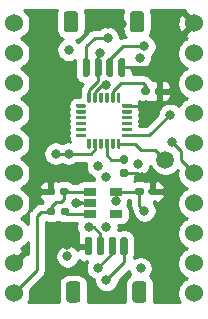
<source format=gbr>
%TF.GenerationSoftware,KiCad,Pcbnew,(5.1.9-0-10_14)*%
%TF.CreationDate,2022-01-13T23:21:39+01:00*%
%TF.ProjectId,tinypico_shield,74696e79-7069-4636-9f5f-736869656c64,rev?*%
%TF.SameCoordinates,Original*%
%TF.FileFunction,Copper,L1,Top*%
%TF.FilePolarity,Positive*%
%FSLAX46Y46*%
G04 Gerber Fmt 4.6, Leading zero omitted, Abs format (unit mm)*
G04 Created by KiCad (PCBNEW (5.1.9-0-10_14)) date 2022-01-13 23:21:39*
%MOMM*%
%LPD*%
G01*
G04 APERTURE LIST*
%TA.AperFunction,SMDPad,CuDef*%
%ADD10C,1.500000*%
%TD*%
%TA.AperFunction,SMDPad,CuDef*%
%ADD11R,1.060000X0.650000*%
%TD*%
%TA.AperFunction,ComponentPad*%
%ADD12C,1.524000*%
%TD*%
%TA.AperFunction,ViaPad*%
%ADD13C,0.800000*%
%TD*%
%TA.AperFunction,Conductor*%
%ADD14C,0.250000*%
%TD*%
%TA.AperFunction,Conductor*%
%ADD15C,0.254000*%
%TD*%
%TA.AperFunction,Conductor*%
%ADD16C,0.100000*%
%TD*%
G04 APERTURE END LIST*
%TO.P,C4,2*%
%TO.N,GND*%
%TA.AperFunction,SMDPad,CuDef*%
G36*
G01*
X13300000Y-13655000D02*
X13300000Y-13345000D01*
G75*
G02*
X13455000Y-13190000I155000J0D01*
G01*
X13880000Y-13190000D01*
G75*
G02*
X14035000Y-13345000I0J-155000D01*
G01*
X14035000Y-13655000D01*
G75*
G02*
X13880000Y-13810000I-155000J0D01*
G01*
X13455000Y-13810000D01*
G75*
G02*
X13300000Y-13655000I0J155000D01*
G01*
G37*
%TD.AperFunction*%
%TO.P,C4,1*%
%TO.N,Net-(C4-Pad1)*%
%TA.AperFunction,SMDPad,CuDef*%
G36*
G01*
X12165000Y-13655000D02*
X12165000Y-13345000D01*
G75*
G02*
X12320000Y-13190000I155000J0D01*
G01*
X12745000Y-13190000D01*
G75*
G02*
X12900000Y-13345000I0J-155000D01*
G01*
X12900000Y-13655000D01*
G75*
G02*
X12745000Y-13810000I-155000J0D01*
G01*
X12320000Y-13810000D01*
G75*
G02*
X12165000Y-13655000I0J155000D01*
G01*
G37*
%TD.AperFunction*%
%TD*%
D10*
%TO.P,TP1,1*%
%TO.N,Net-(TP1-Pad1)*%
X14200000Y-19300000D03*
%TD*%
%TO.P,J8,MP*%
%TO.N,N/C*%
%TA.AperFunction,SMDPad,CuDef*%
G36*
G01*
X11400000Y-31150001D02*
X11400000Y-29849999D01*
G75*
G02*
X11649999Y-29600000I249999J0D01*
G01*
X12350001Y-29600000D01*
G75*
G02*
X12600000Y-29849999I0J-249999D01*
G01*
X12600000Y-31150001D01*
G75*
G02*
X12350001Y-31400000I-249999J0D01*
G01*
X11649999Y-31400000D01*
G75*
G02*
X11400000Y-31150001I0J249999D01*
G01*
G37*
%TD.AperFunction*%
%TA.AperFunction,SMDPad,CuDef*%
G36*
G01*
X5800000Y-31150001D02*
X5800000Y-29849999D01*
G75*
G02*
X6049999Y-29600000I249999J0D01*
G01*
X6750001Y-29600000D01*
G75*
G02*
X7000000Y-29849999I0J-249999D01*
G01*
X7000000Y-31150001D01*
G75*
G02*
X6750001Y-31400000I-249999J0D01*
G01*
X6049999Y-31400000D01*
G75*
G02*
X5800000Y-31150001I0J249999D01*
G01*
G37*
%TD.AperFunction*%
%TO.P,J8,4*%
%TO.N,SCL*%
%TA.AperFunction,SMDPad,CuDef*%
G36*
G01*
X10400000Y-27250000D02*
X10400000Y-26000000D01*
G75*
G02*
X10550000Y-25850000I150000J0D01*
G01*
X10850000Y-25850000D01*
G75*
G02*
X11000000Y-26000000I0J-150000D01*
G01*
X11000000Y-27250000D01*
G75*
G02*
X10850000Y-27400000I-150000J0D01*
G01*
X10550000Y-27400000D01*
G75*
G02*
X10400000Y-27250000I0J150000D01*
G01*
G37*
%TD.AperFunction*%
%TO.P,J8,3*%
%TO.N,SDA*%
%TA.AperFunction,SMDPad,CuDef*%
G36*
G01*
X9400000Y-27250000D02*
X9400000Y-26000000D01*
G75*
G02*
X9550000Y-25850000I150000J0D01*
G01*
X9850000Y-25850000D01*
G75*
G02*
X10000000Y-26000000I0J-150000D01*
G01*
X10000000Y-27250000D01*
G75*
G02*
X9850000Y-27400000I-150000J0D01*
G01*
X9550000Y-27400000D01*
G75*
G02*
X9400000Y-27250000I0J150000D01*
G01*
G37*
%TD.AperFunction*%
%TO.P,J8,2*%
%TO.N,VCC*%
%TA.AperFunction,SMDPad,CuDef*%
G36*
G01*
X8400000Y-27250000D02*
X8400000Y-26000000D01*
G75*
G02*
X8550000Y-25850000I150000J0D01*
G01*
X8850000Y-25850000D01*
G75*
G02*
X9000000Y-26000000I0J-150000D01*
G01*
X9000000Y-27250000D01*
G75*
G02*
X8850000Y-27400000I-150000J0D01*
G01*
X8550000Y-27400000D01*
G75*
G02*
X8400000Y-27250000I0J150000D01*
G01*
G37*
%TD.AperFunction*%
%TO.P,J8,1*%
%TO.N,GND*%
%TA.AperFunction,SMDPad,CuDef*%
G36*
G01*
X7400000Y-27250000D02*
X7400000Y-26000000D01*
G75*
G02*
X7550000Y-25850000I150000J0D01*
G01*
X7850000Y-25850000D01*
G75*
G02*
X8000000Y-26000000I0J-150000D01*
G01*
X8000000Y-27250000D01*
G75*
G02*
X7850000Y-27400000I-150000J0D01*
G01*
X7550000Y-27400000D01*
G75*
G02*
X7400000Y-27250000I0J150000D01*
G01*
G37*
%TD.AperFunction*%
%TD*%
D11*
%TO.P,U2,5*%
%TO.N,VCC*%
X10000000Y-22000000D03*
%TO.P,U2,4*%
%TO.N,Net-(U2-Pad4)*%
X10000000Y-23900000D03*
%TO.P,U2,3*%
%TO.N,Net-(R1-Pad1)*%
X7800000Y-23900000D03*
%TO.P,U2,2*%
%TO.N,GND*%
X7800000Y-22950000D03*
%TO.P,U2,1*%
%TO.N,Net-(C2-Pad1)*%
X7800000Y-22000000D03*
%TD*%
%TO.P,R1,2*%
%TO.N,Net-(C2-Pad1)*%
%TA.AperFunction,SMDPad,CuDef*%
G36*
G01*
X4857500Y-23535000D02*
X4857500Y-23855000D01*
G75*
G02*
X4697500Y-24015000I-160000J0D01*
G01*
X4302500Y-24015000D01*
G75*
G02*
X4142500Y-23855000I0J160000D01*
G01*
X4142500Y-23535000D01*
G75*
G02*
X4302500Y-23375000I160000J0D01*
G01*
X4697500Y-23375000D01*
G75*
G02*
X4857500Y-23535000I0J-160000D01*
G01*
G37*
%TD.AperFunction*%
%TO.P,R1,1*%
%TO.N,Net-(R1-Pad1)*%
%TA.AperFunction,SMDPad,CuDef*%
G36*
G01*
X6052500Y-23535000D02*
X6052500Y-23855000D01*
G75*
G02*
X5892500Y-24015000I-160000J0D01*
G01*
X5497500Y-24015000D01*
G75*
G02*
X5337500Y-23855000I0J160000D01*
G01*
X5337500Y-23535000D01*
G75*
G02*
X5497500Y-23375000I160000J0D01*
G01*
X5892500Y-23375000D01*
G75*
G02*
X6052500Y-23535000I0J-160000D01*
G01*
G37*
%TD.AperFunction*%
%TD*%
%TO.P,C3,2*%
%TO.N,GND*%
%TA.AperFunction,SMDPad,CuDef*%
G36*
G01*
X10545000Y-20067500D02*
X10855000Y-20067500D01*
G75*
G02*
X11010000Y-20222500I0J-155000D01*
G01*
X11010000Y-20647500D01*
G75*
G02*
X10855000Y-20802500I-155000J0D01*
G01*
X10545000Y-20802500D01*
G75*
G02*
X10390000Y-20647500I0J155000D01*
G01*
X10390000Y-20222500D01*
G75*
G02*
X10545000Y-20067500I155000J0D01*
G01*
G37*
%TD.AperFunction*%
%TO.P,C3,1*%
%TO.N,Net-(C3-Pad1)*%
%TA.AperFunction,SMDPad,CuDef*%
G36*
G01*
X10545000Y-18932500D02*
X10855000Y-18932500D01*
G75*
G02*
X11010000Y-19087500I0J-155000D01*
G01*
X11010000Y-19512500D01*
G75*
G02*
X10855000Y-19667500I-155000J0D01*
G01*
X10545000Y-19667500D01*
G75*
G02*
X10390000Y-19512500I0J155000D01*
G01*
X10390000Y-19087500D01*
G75*
G02*
X10545000Y-18932500I155000J0D01*
G01*
G37*
%TD.AperFunction*%
%TD*%
%TO.P,C2,2*%
%TO.N,GND*%
%TA.AperFunction,SMDPad,CuDef*%
G36*
G01*
X4867500Y-21845000D02*
X4867500Y-22155000D01*
G75*
G02*
X4712500Y-22310000I-155000J0D01*
G01*
X4287500Y-22310000D01*
G75*
G02*
X4132500Y-22155000I0J155000D01*
G01*
X4132500Y-21845000D01*
G75*
G02*
X4287500Y-21690000I155000J0D01*
G01*
X4712500Y-21690000D01*
G75*
G02*
X4867500Y-21845000I0J-155000D01*
G01*
G37*
%TD.AperFunction*%
%TO.P,C2,1*%
%TO.N,Net-(C2-Pad1)*%
%TA.AperFunction,SMDPad,CuDef*%
G36*
G01*
X6002500Y-21845000D02*
X6002500Y-22155000D01*
G75*
G02*
X5847500Y-22310000I-155000J0D01*
G01*
X5422500Y-22310000D01*
G75*
G02*
X5267500Y-22155000I0J155000D01*
G01*
X5267500Y-21845000D01*
G75*
G02*
X5422500Y-21690000I155000J0D01*
G01*
X5847500Y-21690000D01*
G75*
G02*
X6002500Y-21845000I0J-155000D01*
G01*
G37*
%TD.AperFunction*%
%TD*%
%TO.P,C1,2*%
%TO.N,GND*%
%TA.AperFunction,SMDPad,CuDef*%
G36*
G01*
X12767500Y-22155000D02*
X12767500Y-21845000D01*
G75*
G02*
X12922500Y-21690000I155000J0D01*
G01*
X13347500Y-21690000D01*
G75*
G02*
X13502500Y-21845000I0J-155000D01*
G01*
X13502500Y-22155000D01*
G75*
G02*
X13347500Y-22310000I-155000J0D01*
G01*
X12922500Y-22310000D01*
G75*
G02*
X12767500Y-22155000I0J155000D01*
G01*
G37*
%TD.AperFunction*%
%TO.P,C1,1*%
%TO.N,VCC*%
%TA.AperFunction,SMDPad,CuDef*%
G36*
G01*
X11632500Y-22155000D02*
X11632500Y-21845000D01*
G75*
G02*
X11787500Y-21690000I155000J0D01*
G01*
X12212500Y-21690000D01*
G75*
G02*
X12367500Y-21845000I0J-155000D01*
G01*
X12367500Y-22155000D01*
G75*
G02*
X12212500Y-22310000I-155000J0D01*
G01*
X11787500Y-22310000D01*
G75*
G02*
X11632500Y-22155000I0J155000D01*
G01*
G37*
%TD.AperFunction*%
%TD*%
%TO.P,J9,MP*%
%TO.N,N/C*%
%TA.AperFunction,SMDPad,CuDef*%
G36*
G01*
X6800000Y-6974999D02*
X6800000Y-8275001D01*
G75*
G02*
X6550001Y-8525000I-249999J0D01*
G01*
X5849999Y-8525000D01*
G75*
G02*
X5600000Y-8275001I0J249999D01*
G01*
X5600000Y-6974999D01*
G75*
G02*
X5849999Y-6725000I249999J0D01*
G01*
X6550001Y-6725000D01*
G75*
G02*
X6800000Y-6974999I0J-249999D01*
G01*
G37*
%TD.AperFunction*%
%TA.AperFunction,SMDPad,CuDef*%
G36*
G01*
X12400000Y-6974999D02*
X12400000Y-8275001D01*
G75*
G02*
X12150001Y-8525000I-249999J0D01*
G01*
X11449999Y-8525000D01*
G75*
G02*
X11200000Y-8275001I0J249999D01*
G01*
X11200000Y-6974999D01*
G75*
G02*
X11449999Y-6725000I249999J0D01*
G01*
X12150001Y-6725000D01*
G75*
G02*
X12400000Y-6974999I0J-249999D01*
G01*
G37*
%TD.AperFunction*%
%TO.P,J9,4*%
%TO.N,SCL*%
%TA.AperFunction,SMDPad,CuDef*%
G36*
G01*
X7800000Y-10875000D02*
X7800000Y-12125000D01*
G75*
G02*
X7650000Y-12275000I-150000J0D01*
G01*
X7350000Y-12275000D01*
G75*
G02*
X7200000Y-12125000I0J150000D01*
G01*
X7200000Y-10875000D01*
G75*
G02*
X7350000Y-10725000I150000J0D01*
G01*
X7650000Y-10725000D01*
G75*
G02*
X7800000Y-10875000I0J-150000D01*
G01*
G37*
%TD.AperFunction*%
%TO.P,J9,3*%
%TO.N,SDA*%
%TA.AperFunction,SMDPad,CuDef*%
G36*
G01*
X8800000Y-10875000D02*
X8800000Y-12125000D01*
G75*
G02*
X8650000Y-12275000I-150000J0D01*
G01*
X8350000Y-12275000D01*
G75*
G02*
X8200000Y-12125000I0J150000D01*
G01*
X8200000Y-10875000D01*
G75*
G02*
X8350000Y-10725000I150000J0D01*
G01*
X8650000Y-10725000D01*
G75*
G02*
X8800000Y-10875000I0J-150000D01*
G01*
G37*
%TD.AperFunction*%
%TO.P,J9,2*%
%TO.N,VCC*%
%TA.AperFunction,SMDPad,CuDef*%
G36*
G01*
X9800000Y-10875000D02*
X9800000Y-12125000D01*
G75*
G02*
X9650000Y-12275000I-150000J0D01*
G01*
X9350000Y-12275000D01*
G75*
G02*
X9200000Y-12125000I0J150000D01*
G01*
X9200000Y-10875000D01*
G75*
G02*
X9350000Y-10725000I150000J0D01*
G01*
X9650000Y-10725000D01*
G75*
G02*
X9800000Y-10875000I0J-150000D01*
G01*
G37*
%TD.AperFunction*%
%TO.P,J9,1*%
%TO.N,GND*%
%TA.AperFunction,SMDPad,CuDef*%
G36*
G01*
X10800000Y-10875000D02*
X10800000Y-12125000D01*
G75*
G02*
X10650000Y-12275000I-150000J0D01*
G01*
X10350000Y-12275000D01*
G75*
G02*
X10200000Y-12125000I0J150000D01*
G01*
X10200000Y-10875000D01*
G75*
G02*
X10350000Y-10725000I150000J0D01*
G01*
X10650000Y-10725000D01*
G75*
G02*
X10800000Y-10875000I0J-150000D01*
G01*
G37*
%TD.AperFunction*%
%TD*%
%TO.P,U1,24*%
%TO.N,SDA*%
%TA.AperFunction,SMDPad,CuDef*%
G36*
G01*
X7825000Y-14475000D02*
X7675000Y-14475000D01*
G75*
G02*
X7600000Y-14400000I0J75000D01*
G01*
X7600000Y-13700000D01*
G75*
G02*
X7675000Y-13625000I75000J0D01*
G01*
X7825000Y-13625000D01*
G75*
G02*
X7900000Y-13700000I0J-75000D01*
G01*
X7900000Y-14400000D01*
G75*
G02*
X7825000Y-14475000I-75000J0D01*
G01*
G37*
%TD.AperFunction*%
%TO.P,U1,23*%
%TO.N,SCL*%
%TA.AperFunction,SMDPad,CuDef*%
G36*
G01*
X8325000Y-14475000D02*
X8175000Y-14475000D01*
G75*
G02*
X8100000Y-14400000I0J75000D01*
G01*
X8100000Y-13700000D01*
G75*
G02*
X8175000Y-13625000I75000J0D01*
G01*
X8325000Y-13625000D01*
G75*
G02*
X8400000Y-13700000I0J-75000D01*
G01*
X8400000Y-14400000D01*
G75*
G02*
X8325000Y-14475000I-75000J0D01*
G01*
G37*
%TD.AperFunction*%
%TO.P,U1,22*%
%TO.N,N/C*%
%TA.AperFunction,SMDPad,CuDef*%
G36*
G01*
X8825000Y-14475000D02*
X8675000Y-14475000D01*
G75*
G02*
X8600000Y-14400000I0J75000D01*
G01*
X8600000Y-13700000D01*
G75*
G02*
X8675000Y-13625000I75000J0D01*
G01*
X8825000Y-13625000D01*
G75*
G02*
X8900000Y-13700000I0J-75000D01*
G01*
X8900000Y-14400000D01*
G75*
G02*
X8825000Y-14475000I-75000J0D01*
G01*
G37*
%TD.AperFunction*%
%TO.P,U1,21*%
%TA.AperFunction,SMDPad,CuDef*%
G36*
G01*
X9325000Y-14475000D02*
X9175000Y-14475000D01*
G75*
G02*
X9100000Y-14400000I0J75000D01*
G01*
X9100000Y-13700000D01*
G75*
G02*
X9175000Y-13625000I75000J0D01*
G01*
X9325000Y-13625000D01*
G75*
G02*
X9400000Y-13700000I0J-75000D01*
G01*
X9400000Y-14400000D01*
G75*
G02*
X9325000Y-14475000I-75000J0D01*
G01*
G37*
%TD.AperFunction*%
%TO.P,U1,20*%
%TO.N,Net-(C4-Pad1)*%
%TA.AperFunction,SMDPad,CuDef*%
G36*
G01*
X9825000Y-14475000D02*
X9675000Y-14475000D01*
G75*
G02*
X9600000Y-14400000I0J75000D01*
G01*
X9600000Y-13700000D01*
G75*
G02*
X9675000Y-13625000I75000J0D01*
G01*
X9825000Y-13625000D01*
G75*
G02*
X9900000Y-13700000I0J-75000D01*
G01*
X9900000Y-14400000D01*
G75*
G02*
X9825000Y-14475000I-75000J0D01*
G01*
G37*
%TD.AperFunction*%
%TO.P,U1,19*%
%TO.N,N/C*%
%TA.AperFunction,SMDPad,CuDef*%
G36*
G01*
X10325000Y-14475000D02*
X10175000Y-14475000D01*
G75*
G02*
X10100000Y-14400000I0J75000D01*
G01*
X10100000Y-13700000D01*
G75*
G02*
X10175000Y-13625000I75000J0D01*
G01*
X10325000Y-13625000D01*
G75*
G02*
X10400000Y-13700000I0J-75000D01*
G01*
X10400000Y-14400000D01*
G75*
G02*
X10325000Y-14475000I-75000J0D01*
G01*
G37*
%TD.AperFunction*%
%TO.P,U1,18*%
%TO.N,GND*%
%TA.AperFunction,SMDPad,CuDef*%
G36*
G01*
X10525000Y-14825000D02*
X10525000Y-14675000D01*
G75*
G02*
X10600000Y-14600000I75000J0D01*
G01*
X11300000Y-14600000D01*
G75*
G02*
X11375000Y-14675000I0J-75000D01*
G01*
X11375000Y-14825000D01*
G75*
G02*
X11300000Y-14900000I-75000J0D01*
G01*
X10600000Y-14900000D01*
G75*
G02*
X10525000Y-14825000I0J75000D01*
G01*
G37*
%TD.AperFunction*%
%TO.P,U1,17*%
%TO.N,N/C*%
%TA.AperFunction,SMDPad,CuDef*%
G36*
G01*
X10525000Y-15325000D02*
X10525000Y-15175000D01*
G75*
G02*
X10600000Y-15100000I75000J0D01*
G01*
X11300000Y-15100000D01*
G75*
G02*
X11375000Y-15175000I0J-75000D01*
G01*
X11375000Y-15325000D01*
G75*
G02*
X11300000Y-15400000I-75000J0D01*
G01*
X10600000Y-15400000D01*
G75*
G02*
X10525000Y-15325000I0J75000D01*
G01*
G37*
%TD.AperFunction*%
%TO.P,U1,16*%
%TA.AperFunction,SMDPad,CuDef*%
G36*
G01*
X10525000Y-15825000D02*
X10525000Y-15675000D01*
G75*
G02*
X10600000Y-15600000I75000J0D01*
G01*
X11300000Y-15600000D01*
G75*
G02*
X11375000Y-15675000I0J-75000D01*
G01*
X11375000Y-15825000D01*
G75*
G02*
X11300000Y-15900000I-75000J0D01*
G01*
X10600000Y-15900000D01*
G75*
G02*
X10525000Y-15825000I0J75000D01*
G01*
G37*
%TD.AperFunction*%
%TO.P,U1,15*%
%TA.AperFunction,SMDPad,CuDef*%
G36*
G01*
X10525000Y-16325000D02*
X10525000Y-16175000D01*
G75*
G02*
X10600000Y-16100000I75000J0D01*
G01*
X11300000Y-16100000D01*
G75*
G02*
X11375000Y-16175000I0J-75000D01*
G01*
X11375000Y-16325000D01*
G75*
G02*
X11300000Y-16400000I-75000J0D01*
G01*
X10600000Y-16400000D01*
G75*
G02*
X10525000Y-16325000I0J75000D01*
G01*
G37*
%TD.AperFunction*%
%TO.P,U1,14*%
%TA.AperFunction,SMDPad,CuDef*%
G36*
G01*
X10525000Y-16825000D02*
X10525000Y-16675000D01*
G75*
G02*
X10600000Y-16600000I75000J0D01*
G01*
X11300000Y-16600000D01*
G75*
G02*
X11375000Y-16675000I0J-75000D01*
G01*
X11375000Y-16825000D01*
G75*
G02*
X11300000Y-16900000I-75000J0D01*
G01*
X10600000Y-16900000D01*
G75*
G02*
X10525000Y-16825000I0J75000D01*
G01*
G37*
%TD.AperFunction*%
%TO.P,U1,13*%
%TO.N,VCC*%
%TA.AperFunction,SMDPad,CuDef*%
G36*
G01*
X10525000Y-17325000D02*
X10525000Y-17175000D01*
G75*
G02*
X10600000Y-17100000I75000J0D01*
G01*
X11300000Y-17100000D01*
G75*
G02*
X11375000Y-17175000I0J-75000D01*
G01*
X11375000Y-17325000D01*
G75*
G02*
X11300000Y-17400000I-75000J0D01*
G01*
X10600000Y-17400000D01*
G75*
G02*
X10525000Y-17325000I0J75000D01*
G01*
G37*
%TD.AperFunction*%
%TO.P,U1,12*%
%TO.N,Net-(TP1-Pad1)*%
%TA.AperFunction,SMDPad,CuDef*%
G36*
G01*
X10325000Y-18375000D02*
X10175000Y-18375000D01*
G75*
G02*
X10100000Y-18300000I0J75000D01*
G01*
X10100000Y-17600000D01*
G75*
G02*
X10175000Y-17525000I75000J0D01*
G01*
X10325000Y-17525000D01*
G75*
G02*
X10400000Y-17600000I0J-75000D01*
G01*
X10400000Y-18300000D01*
G75*
G02*
X10325000Y-18375000I-75000J0D01*
G01*
G37*
%TD.AperFunction*%
%TO.P,U1,11*%
%TO.N,Net-(U1-Pad11)*%
%TA.AperFunction,SMDPad,CuDef*%
G36*
G01*
X9825000Y-18375000D02*
X9675000Y-18375000D01*
G75*
G02*
X9600000Y-18300000I0J75000D01*
G01*
X9600000Y-17600000D01*
G75*
G02*
X9675000Y-17525000I75000J0D01*
G01*
X9825000Y-17525000D01*
G75*
G02*
X9900000Y-17600000I0J-75000D01*
G01*
X9900000Y-18300000D01*
G75*
G02*
X9825000Y-18375000I-75000J0D01*
G01*
G37*
%TD.AperFunction*%
%TO.P,U1,10*%
%TO.N,Net-(C3-Pad1)*%
%TA.AperFunction,SMDPad,CuDef*%
G36*
G01*
X9325000Y-18375000D02*
X9175000Y-18375000D01*
G75*
G02*
X9100000Y-18300000I0J75000D01*
G01*
X9100000Y-17600000D01*
G75*
G02*
X9175000Y-17525000I75000J0D01*
G01*
X9325000Y-17525000D01*
G75*
G02*
X9400000Y-17600000I0J-75000D01*
G01*
X9400000Y-18300000D01*
G75*
G02*
X9325000Y-18375000I-75000J0D01*
G01*
G37*
%TD.AperFunction*%
%TO.P,U1,9*%
%TO.N,Net-(U1-Pad9)*%
%TA.AperFunction,SMDPad,CuDef*%
G36*
G01*
X8825000Y-18375000D02*
X8675000Y-18375000D01*
G75*
G02*
X8600000Y-18300000I0J75000D01*
G01*
X8600000Y-17600000D01*
G75*
G02*
X8675000Y-17525000I75000J0D01*
G01*
X8825000Y-17525000D01*
G75*
G02*
X8900000Y-17600000I0J-75000D01*
G01*
X8900000Y-18300000D01*
G75*
G02*
X8825000Y-18375000I-75000J0D01*
G01*
G37*
%TD.AperFunction*%
%TO.P,U1,8*%
%TO.N,VCC*%
%TA.AperFunction,SMDPad,CuDef*%
G36*
G01*
X8325000Y-18375000D02*
X8175000Y-18375000D01*
G75*
G02*
X8100000Y-18300000I0J75000D01*
G01*
X8100000Y-17600000D01*
G75*
G02*
X8175000Y-17525000I75000J0D01*
G01*
X8325000Y-17525000D01*
G75*
G02*
X8400000Y-17600000I0J-75000D01*
G01*
X8400000Y-18300000D01*
G75*
G02*
X8325000Y-18375000I-75000J0D01*
G01*
G37*
%TD.AperFunction*%
%TO.P,U1,7*%
%TO.N,Net-(U1-Pad7)*%
%TA.AperFunction,SMDPad,CuDef*%
G36*
G01*
X7825000Y-18375000D02*
X7675000Y-18375000D01*
G75*
G02*
X7600000Y-18300000I0J75000D01*
G01*
X7600000Y-17600000D01*
G75*
G02*
X7675000Y-17525000I75000J0D01*
G01*
X7825000Y-17525000D01*
G75*
G02*
X7900000Y-17600000I0J-75000D01*
G01*
X7900000Y-18300000D01*
G75*
G02*
X7825000Y-18375000I-75000J0D01*
G01*
G37*
%TD.AperFunction*%
%TO.P,U1,6*%
%TO.N,Net-(U1-Pad6)*%
%TA.AperFunction,SMDPad,CuDef*%
G36*
G01*
X6625000Y-17325000D02*
X6625000Y-17175000D01*
G75*
G02*
X6700000Y-17100000I75000J0D01*
G01*
X7400000Y-17100000D01*
G75*
G02*
X7475000Y-17175000I0J-75000D01*
G01*
X7475000Y-17325000D01*
G75*
G02*
X7400000Y-17400000I-75000J0D01*
G01*
X6700000Y-17400000D01*
G75*
G02*
X6625000Y-17325000I0J75000D01*
G01*
G37*
%TD.AperFunction*%
%TO.P,U1,5*%
%TO.N,N/C*%
%TA.AperFunction,SMDPad,CuDef*%
G36*
G01*
X6625000Y-16825000D02*
X6625000Y-16675000D01*
G75*
G02*
X6700000Y-16600000I75000J0D01*
G01*
X7400000Y-16600000D01*
G75*
G02*
X7475000Y-16675000I0J-75000D01*
G01*
X7475000Y-16825000D01*
G75*
G02*
X7400000Y-16900000I-75000J0D01*
G01*
X6700000Y-16900000D01*
G75*
G02*
X6625000Y-16825000I0J75000D01*
G01*
G37*
%TD.AperFunction*%
%TO.P,U1,4*%
%TA.AperFunction,SMDPad,CuDef*%
G36*
G01*
X6625000Y-16325000D02*
X6625000Y-16175000D01*
G75*
G02*
X6700000Y-16100000I75000J0D01*
G01*
X7400000Y-16100000D01*
G75*
G02*
X7475000Y-16175000I0J-75000D01*
G01*
X7475000Y-16325000D01*
G75*
G02*
X7400000Y-16400000I-75000J0D01*
G01*
X6700000Y-16400000D01*
G75*
G02*
X6625000Y-16325000I0J75000D01*
G01*
G37*
%TD.AperFunction*%
%TO.P,U1,3*%
%TA.AperFunction,SMDPad,CuDef*%
G36*
G01*
X6625000Y-15825000D02*
X6625000Y-15675000D01*
G75*
G02*
X6700000Y-15600000I75000J0D01*
G01*
X7400000Y-15600000D01*
G75*
G02*
X7475000Y-15675000I0J-75000D01*
G01*
X7475000Y-15825000D01*
G75*
G02*
X7400000Y-15900000I-75000J0D01*
G01*
X6700000Y-15900000D01*
G75*
G02*
X6625000Y-15825000I0J75000D01*
G01*
G37*
%TD.AperFunction*%
%TO.P,U1,2*%
%TA.AperFunction,SMDPad,CuDef*%
G36*
G01*
X6625000Y-15325000D02*
X6625000Y-15175000D01*
G75*
G02*
X6700000Y-15100000I75000J0D01*
G01*
X7400000Y-15100000D01*
G75*
G02*
X7475000Y-15175000I0J-75000D01*
G01*
X7475000Y-15325000D01*
G75*
G02*
X7400000Y-15400000I-75000J0D01*
G01*
X6700000Y-15400000D01*
G75*
G02*
X6625000Y-15325000I0J75000D01*
G01*
G37*
%TD.AperFunction*%
%TO.P,U1,1*%
%TO.N,Net-(U1-Pad1)*%
%TA.AperFunction,SMDPad,CuDef*%
G36*
G01*
X6625000Y-14825000D02*
X6625000Y-14675000D01*
G75*
G02*
X6700000Y-14600000I75000J0D01*
G01*
X7400000Y-14600000D01*
G75*
G02*
X7475000Y-14675000I0J-75000D01*
G01*
X7475000Y-14825000D01*
G75*
G02*
X7400000Y-14900000I-75000J0D01*
G01*
X6700000Y-14900000D01*
G75*
G02*
X6625000Y-14825000I0J75000D01*
G01*
G37*
%TD.AperFunction*%
%TD*%
D12*
%TO.P,J7,20*%
%TO.N,GND*%
X16620000Y-7745000D03*
%TO.P,J7,19*%
%TO.N,Net-(J7-Pad19)*%
X16620000Y-10285000D03*
%TO.P,J7,18*%
%TO.N,Net-(J7-Pad18)*%
X16620000Y-12825000D03*
%TO.P,J7,17*%
%TO.N,Net-(J7-Pad17)*%
X16620000Y-15365000D03*
%TO.P,J7,16*%
%TO.N,SDA*%
X16620000Y-17905000D03*
%TO.P,J7,15*%
%TO.N,SCL*%
X16620000Y-20445000D03*
%TO.P,J7,14*%
%TO.N,Net-(J7-Pad14)*%
X16620000Y-22985000D03*
%TO.P,J7,13*%
%TO.N,Net-(J7-Pad13)*%
X16620000Y-25525000D03*
%TO.P,J7,12*%
%TO.N,Net-(J7-Pad12)*%
X16620000Y-28065000D03*
%TO.P,J7,11*%
%TO.N,Net-(J7-Pad11)*%
X16620000Y-30605000D03*
%TO.P,J7,10*%
%TO.N,Net-(C2-Pad1)*%
X1380000Y-30605000D03*
%TO.P,J7,9*%
%TO.N,GND*%
X1380000Y-28065000D03*
%TO.P,J7,8*%
%TO.N,Net-(J7-Pad8)*%
X1380000Y-25525000D03*
%TO.P,J7,7*%
%TO.N,Net-(J7-Pad7)*%
X1380000Y-22985000D03*
%TO.P,J7,6*%
%TO.N,Net-(J7-Pad6)*%
X1380000Y-20445000D03*
%TO.P,J7,5*%
%TO.N,Net-(J7-Pad5)*%
X1380000Y-17905000D03*
%TO.P,J7,4*%
%TO.N,Net-(J7-Pad4)*%
X1380000Y-15365000D03*
%TO.P,J7,3*%
%TO.N,Net-(J7-Pad3)*%
X1380000Y-12825000D03*
%TO.P,J7,2*%
%TO.N,Net-(J7-Pad2)*%
X1380000Y-10285000D03*
%TO.P,J7,1*%
%TO.N,Net-(J7-Pad1)*%
X1380000Y-7745000D03*
%TD*%
D13*
%TO.N,GND*%
X4500000Y-20500000D03*
X6600000Y-23000000D03*
X7900000Y-7800000D03*
X9300000Y-7800000D03*
X10500000Y-7800000D03*
X10500000Y-30900000D03*
X5900000Y-26500000D03*
X13600000Y-10700000D03*
X12600000Y-14700000D03*
X13600000Y-14700000D03*
X12200000Y-20800000D03*
%TO.N,SCL*%
X9200000Y-29500000D03*
X9300000Y-9000000D03*
X9200000Y-13000000D03*
X9200000Y-25000000D03*
X9200000Y-20800000D03*
X14800000Y-17800000D03*
%TO.N,SDA*%
X8474990Y-28456599D03*
X8687340Y-10287340D03*
X8474990Y-19825010D03*
%TO.N,VCC*%
X6000000Y-10000000D03*
X6000000Y-18800000D03*
X12422969Y-23625237D03*
X5900000Y-27500000D03*
X12100000Y-28500000D03*
X12414146Y-9718947D03*
X11900000Y-19674990D03*
X10000000Y-22800000D03*
X7700000Y-25000000D03*
X12020501Y-10707480D03*
X4900000Y-18800000D03*
X14600000Y-15500000D03*
%TD*%
D14*
%TO.N,GND*%
X4500000Y-22000000D02*
X4500000Y-20500000D01*
X6650000Y-22950000D02*
X6600000Y-23000000D01*
X7800000Y-22950000D02*
X6650000Y-22950000D01*
X12550000Y-14750000D02*
X12600000Y-14700000D01*
X10950000Y-14750000D02*
X12550000Y-14750000D01*
X13600000Y-14700000D02*
X12600000Y-14700000D01*
X11835000Y-20435000D02*
X12200000Y-20800000D01*
X10700000Y-20435000D02*
X11835000Y-20435000D01*
X12800000Y-11500000D02*
X12867510Y-11432490D01*
X12867510Y-11432490D02*
X13600000Y-10700000D01*
X10500000Y-11500000D02*
X12800000Y-11500000D01*
%TO.N,SCL*%
X7500000Y-11500000D02*
X7500000Y-9700000D01*
X8200000Y-9000000D02*
X9300000Y-9000000D01*
X7500000Y-9700000D02*
X8200000Y-9000000D01*
X8809298Y-13000000D02*
X9200000Y-13000000D01*
X8250000Y-13559298D02*
X8809298Y-13000000D01*
X8250000Y-14050000D02*
X8250000Y-13559298D01*
X10700000Y-28000000D02*
X9200000Y-29500000D01*
X10700000Y-26625000D02*
X10700000Y-28000000D01*
X15532999Y-18532999D02*
X14800000Y-17800000D01*
X15532999Y-19357999D02*
X15532999Y-18532999D01*
X16620000Y-20445000D02*
X15532999Y-19357999D01*
%TO.N,SDA*%
X8500000Y-10474680D02*
X8687340Y-10287340D01*
X8500000Y-11500000D02*
X8500000Y-10474680D01*
X7750000Y-13422887D02*
X8500000Y-12672887D01*
X8500000Y-12672887D02*
X8500000Y-11500000D01*
X7750000Y-14050000D02*
X7750000Y-13422887D01*
X9700000Y-27231589D02*
X8474990Y-28456599D01*
X9700000Y-26625000D02*
X9700000Y-27231589D01*
%TO.N,VCC*%
X10000000Y-22000000D02*
X12000000Y-22000000D01*
X12000000Y-23202268D02*
X12422969Y-23625237D01*
X12000000Y-22000000D02*
X12000000Y-23202268D01*
X9500000Y-11500000D02*
X9500000Y-10800000D01*
X10581053Y-9718947D02*
X12414146Y-9718947D01*
X9500000Y-10800000D02*
X10581053Y-9718947D01*
X10000000Y-22000000D02*
X10000000Y-22800000D01*
X8700000Y-25573002D02*
X8126998Y-25000000D01*
X8126998Y-25000000D02*
X7700000Y-25000000D01*
X8700000Y-26625000D02*
X8700000Y-25573002D01*
X7890702Y-18800000D02*
X6000000Y-18800000D01*
X8250000Y-18440702D02*
X7890702Y-18800000D01*
X8250000Y-17950000D02*
X8250000Y-18440702D01*
X6000000Y-18800000D02*
X4900000Y-18800000D01*
X12850000Y-17250000D02*
X14600000Y-15500000D01*
X10950000Y-17250000D02*
X12850000Y-17250000D01*
%TO.N,Net-(C2-Pad1)*%
X7800000Y-22000000D02*
X5635000Y-22000000D01*
X4500000Y-23695000D02*
X4500000Y-23300000D01*
X4500000Y-23300000D02*
X4900000Y-22900000D01*
X4900000Y-22900000D02*
X5400000Y-22900000D01*
X5635000Y-22665000D02*
X5635000Y-22000000D01*
X5400000Y-22900000D02*
X5635000Y-22665000D01*
X1380000Y-30605000D02*
X3300000Y-28685000D01*
X3300000Y-28685000D02*
X3300000Y-24100000D01*
X3705000Y-23695000D02*
X4500000Y-23695000D01*
X3300000Y-24100000D02*
X3705000Y-23695000D01*
%TO.N,Net-(C3-Pad1)*%
X9250000Y-17950000D02*
X9250000Y-18950000D01*
X9600000Y-19300000D02*
X10700000Y-19300000D01*
X9250000Y-18950000D02*
X9600000Y-19300000D01*
%TO.N,Net-(C4-Pad1)*%
X9750000Y-14050000D02*
X9750000Y-13523002D01*
X9750000Y-13523002D02*
X10473002Y-12800000D01*
X10473002Y-12800000D02*
X12300000Y-12800000D01*
X12532500Y-13032500D02*
X12532500Y-13500000D01*
X12300000Y-12800000D02*
X12532500Y-13032500D01*
%TO.N,Net-(R1-Pad1)*%
X5900000Y-23900000D02*
X5695000Y-23695000D01*
X7800000Y-23900000D02*
X5900000Y-23900000D01*
%TO.N,Net-(TP1-Pad1)*%
X13352988Y-18452988D02*
X14200000Y-19300000D01*
X12105306Y-18452988D02*
X13352988Y-18452988D01*
X11602318Y-17950000D02*
X12105306Y-18452988D01*
X10250000Y-17950000D02*
X11602318Y-17950000D01*
%TD*%
D15*
%TO.N,GND*%
X12972629Y-19956043D02*
X13124201Y-20182886D01*
X13317114Y-20375799D01*
X13543957Y-20527371D01*
X13796011Y-20631775D01*
X14063589Y-20685000D01*
X14336411Y-20685000D01*
X14603989Y-20631775D01*
X14856043Y-20527371D01*
X15082886Y-20375799D01*
X15240809Y-20217876D01*
X15223000Y-20307408D01*
X15223000Y-20582592D01*
X15276686Y-20852490D01*
X15381995Y-21106727D01*
X15534880Y-21335535D01*
X15729465Y-21530120D01*
X15958273Y-21683005D01*
X16035515Y-21715000D01*
X15958273Y-21746995D01*
X15729465Y-21899880D01*
X15534880Y-22094465D01*
X15381995Y-22323273D01*
X15276686Y-22577510D01*
X15223000Y-22847408D01*
X15223000Y-23122592D01*
X15276686Y-23392490D01*
X15381995Y-23646727D01*
X15534880Y-23875535D01*
X15729465Y-24070120D01*
X15958273Y-24223005D01*
X16035515Y-24255000D01*
X15958273Y-24286995D01*
X15729465Y-24439880D01*
X15534880Y-24634465D01*
X15381995Y-24863273D01*
X15276686Y-25117510D01*
X15223000Y-25387408D01*
X15223000Y-25662592D01*
X15276686Y-25932490D01*
X15381995Y-26186727D01*
X15534880Y-26415535D01*
X15729465Y-26610120D01*
X15958273Y-26763005D01*
X16035515Y-26795000D01*
X15958273Y-26826995D01*
X15729465Y-26979880D01*
X15534880Y-27174465D01*
X15381995Y-27403273D01*
X15276686Y-27657510D01*
X15223000Y-27927408D01*
X15223000Y-28202592D01*
X15276686Y-28472490D01*
X15381995Y-28726727D01*
X15534880Y-28955535D01*
X15729465Y-29150120D01*
X15958273Y-29303005D01*
X16035515Y-29335000D01*
X15958273Y-29366995D01*
X15729465Y-29519880D01*
X15534880Y-29714465D01*
X15381995Y-29943273D01*
X15276686Y-30197510D01*
X15223000Y-30467408D01*
X15223000Y-30742592D01*
X15276686Y-31012490D01*
X15381995Y-31266727D01*
X15430955Y-31340000D01*
X13215928Y-31340000D01*
X13221008Y-31323255D01*
X13238072Y-31150001D01*
X13238072Y-29849999D01*
X13221008Y-29676745D01*
X13170472Y-29510149D01*
X13088405Y-29356613D01*
X12977962Y-29222038D01*
X12903106Y-29160605D01*
X12903937Y-29159774D01*
X13017205Y-28990256D01*
X13095226Y-28801898D01*
X13135000Y-28601939D01*
X13135000Y-28398061D01*
X13095226Y-28198102D01*
X13017205Y-28009744D01*
X12903937Y-27840226D01*
X12759774Y-27696063D01*
X12590256Y-27582795D01*
X12401898Y-27504774D01*
X12201939Y-27465000D01*
X11998061Y-27465000D01*
X11798102Y-27504774D01*
X11609744Y-27582795D01*
X11534542Y-27633043D01*
X11578084Y-27551582D01*
X11622929Y-27403745D01*
X11638072Y-27250000D01*
X11638072Y-26000000D01*
X11622929Y-25846255D01*
X11578084Y-25698418D01*
X11505258Y-25562171D01*
X11407251Y-25442749D01*
X11287829Y-25344742D01*
X11151582Y-25271916D01*
X11003745Y-25227071D01*
X10850000Y-25211928D01*
X10550000Y-25211928D01*
X10396255Y-25227071D01*
X10248418Y-25271916D01*
X10200000Y-25297796D01*
X10196422Y-25295884D01*
X10235000Y-25101939D01*
X10235000Y-24898061D01*
X10228040Y-24863072D01*
X10530000Y-24863072D01*
X10654482Y-24850812D01*
X10774180Y-24814502D01*
X10884494Y-24755537D01*
X10981185Y-24676185D01*
X11060537Y-24579494D01*
X11119502Y-24469180D01*
X11155812Y-24349482D01*
X11168072Y-24225000D01*
X11168072Y-23575000D01*
X11155812Y-23450518D01*
X11119502Y-23330820D01*
X11060537Y-23220506D01*
X10984483Y-23127834D01*
X10995226Y-23101898D01*
X11035000Y-22901939D01*
X11035000Y-22760000D01*
X11240001Y-22760000D01*
X11240001Y-23164936D01*
X11236324Y-23202268D01*
X11240001Y-23239601D01*
X11243067Y-23270725D01*
X11250998Y-23351253D01*
X11294454Y-23494514D01*
X11365026Y-23626544D01*
X11387969Y-23654500D01*
X11387969Y-23727176D01*
X11427743Y-23927135D01*
X11505764Y-24115493D01*
X11619032Y-24285011D01*
X11763195Y-24429174D01*
X11932713Y-24542442D01*
X12121071Y-24620463D01*
X12321030Y-24660237D01*
X12524908Y-24660237D01*
X12724867Y-24620463D01*
X12913225Y-24542442D01*
X13082743Y-24429174D01*
X13226906Y-24285011D01*
X13340174Y-24115493D01*
X13418195Y-23927135D01*
X13457969Y-23727176D01*
X13457969Y-23523298D01*
X13418195Y-23323339D01*
X13340174Y-23134981D01*
X13226906Y-22965463D01*
X13206443Y-22945000D01*
X13262002Y-22945000D01*
X13262002Y-22786252D01*
X13420750Y-22945000D01*
X13502500Y-22948072D01*
X13626982Y-22935812D01*
X13746680Y-22899502D01*
X13856994Y-22840537D01*
X13953685Y-22761185D01*
X14033037Y-22664494D01*
X14092002Y-22554180D01*
X14128312Y-22434482D01*
X14140572Y-22310000D01*
X14137500Y-22285750D01*
X13978750Y-22127000D01*
X13262000Y-22127000D01*
X13262000Y-22147000D01*
X13008000Y-22147000D01*
X13008000Y-22127000D01*
X13005572Y-22127000D01*
X13005572Y-21873000D01*
X13008000Y-21873000D01*
X13008000Y-21213750D01*
X13262000Y-21213750D01*
X13262000Y-21873000D01*
X13978750Y-21873000D01*
X14137500Y-21714250D01*
X14140572Y-21690000D01*
X14128312Y-21565518D01*
X14092002Y-21445820D01*
X14033037Y-21335506D01*
X13953685Y-21238815D01*
X13856994Y-21159463D01*
X13746680Y-21100498D01*
X13626982Y-21064188D01*
X13502500Y-21051928D01*
X13420750Y-21055000D01*
X13262000Y-21213750D01*
X13008000Y-21213750D01*
X12849250Y-21055000D01*
X12767500Y-21051928D01*
X12643018Y-21064188D01*
X12523320Y-21100498D01*
X12506586Y-21109443D01*
X12367221Y-21067167D01*
X12212500Y-21051928D01*
X11787500Y-21051928D01*
X11632779Y-21067167D01*
X11579992Y-21083180D01*
X11599502Y-21046680D01*
X11635812Y-20926982D01*
X11648072Y-20802500D01*
X11645000Y-20720750D01*
X11591895Y-20667645D01*
X11598102Y-20670216D01*
X11798061Y-20709990D01*
X12001939Y-20709990D01*
X12201898Y-20670216D01*
X12390256Y-20592195D01*
X12559774Y-20478927D01*
X12703937Y-20334764D01*
X12817205Y-20165246D01*
X12895226Y-19976888D01*
X12923138Y-19836562D01*
X12972629Y-19956043D01*
%TA.AperFunction,Conductor*%
D16*
G36*
X12972629Y-19956043D02*
G01*
X13124201Y-20182886D01*
X13317114Y-20375799D01*
X13543957Y-20527371D01*
X13796011Y-20631775D01*
X14063589Y-20685000D01*
X14336411Y-20685000D01*
X14603989Y-20631775D01*
X14856043Y-20527371D01*
X15082886Y-20375799D01*
X15240809Y-20217876D01*
X15223000Y-20307408D01*
X15223000Y-20582592D01*
X15276686Y-20852490D01*
X15381995Y-21106727D01*
X15534880Y-21335535D01*
X15729465Y-21530120D01*
X15958273Y-21683005D01*
X16035515Y-21715000D01*
X15958273Y-21746995D01*
X15729465Y-21899880D01*
X15534880Y-22094465D01*
X15381995Y-22323273D01*
X15276686Y-22577510D01*
X15223000Y-22847408D01*
X15223000Y-23122592D01*
X15276686Y-23392490D01*
X15381995Y-23646727D01*
X15534880Y-23875535D01*
X15729465Y-24070120D01*
X15958273Y-24223005D01*
X16035515Y-24255000D01*
X15958273Y-24286995D01*
X15729465Y-24439880D01*
X15534880Y-24634465D01*
X15381995Y-24863273D01*
X15276686Y-25117510D01*
X15223000Y-25387408D01*
X15223000Y-25662592D01*
X15276686Y-25932490D01*
X15381995Y-26186727D01*
X15534880Y-26415535D01*
X15729465Y-26610120D01*
X15958273Y-26763005D01*
X16035515Y-26795000D01*
X15958273Y-26826995D01*
X15729465Y-26979880D01*
X15534880Y-27174465D01*
X15381995Y-27403273D01*
X15276686Y-27657510D01*
X15223000Y-27927408D01*
X15223000Y-28202592D01*
X15276686Y-28472490D01*
X15381995Y-28726727D01*
X15534880Y-28955535D01*
X15729465Y-29150120D01*
X15958273Y-29303005D01*
X16035515Y-29335000D01*
X15958273Y-29366995D01*
X15729465Y-29519880D01*
X15534880Y-29714465D01*
X15381995Y-29943273D01*
X15276686Y-30197510D01*
X15223000Y-30467408D01*
X15223000Y-30742592D01*
X15276686Y-31012490D01*
X15381995Y-31266727D01*
X15430955Y-31340000D01*
X13215928Y-31340000D01*
X13221008Y-31323255D01*
X13238072Y-31150001D01*
X13238072Y-29849999D01*
X13221008Y-29676745D01*
X13170472Y-29510149D01*
X13088405Y-29356613D01*
X12977962Y-29222038D01*
X12903106Y-29160605D01*
X12903937Y-29159774D01*
X13017205Y-28990256D01*
X13095226Y-28801898D01*
X13135000Y-28601939D01*
X13135000Y-28398061D01*
X13095226Y-28198102D01*
X13017205Y-28009744D01*
X12903937Y-27840226D01*
X12759774Y-27696063D01*
X12590256Y-27582795D01*
X12401898Y-27504774D01*
X12201939Y-27465000D01*
X11998061Y-27465000D01*
X11798102Y-27504774D01*
X11609744Y-27582795D01*
X11534542Y-27633043D01*
X11578084Y-27551582D01*
X11622929Y-27403745D01*
X11638072Y-27250000D01*
X11638072Y-26000000D01*
X11622929Y-25846255D01*
X11578084Y-25698418D01*
X11505258Y-25562171D01*
X11407251Y-25442749D01*
X11287829Y-25344742D01*
X11151582Y-25271916D01*
X11003745Y-25227071D01*
X10850000Y-25211928D01*
X10550000Y-25211928D01*
X10396255Y-25227071D01*
X10248418Y-25271916D01*
X10200000Y-25297796D01*
X10196422Y-25295884D01*
X10235000Y-25101939D01*
X10235000Y-24898061D01*
X10228040Y-24863072D01*
X10530000Y-24863072D01*
X10654482Y-24850812D01*
X10774180Y-24814502D01*
X10884494Y-24755537D01*
X10981185Y-24676185D01*
X11060537Y-24579494D01*
X11119502Y-24469180D01*
X11155812Y-24349482D01*
X11168072Y-24225000D01*
X11168072Y-23575000D01*
X11155812Y-23450518D01*
X11119502Y-23330820D01*
X11060537Y-23220506D01*
X10984483Y-23127834D01*
X10995226Y-23101898D01*
X11035000Y-22901939D01*
X11035000Y-22760000D01*
X11240001Y-22760000D01*
X11240001Y-23164936D01*
X11236324Y-23202268D01*
X11240001Y-23239601D01*
X11243067Y-23270725D01*
X11250998Y-23351253D01*
X11294454Y-23494514D01*
X11365026Y-23626544D01*
X11387969Y-23654500D01*
X11387969Y-23727176D01*
X11427743Y-23927135D01*
X11505764Y-24115493D01*
X11619032Y-24285011D01*
X11763195Y-24429174D01*
X11932713Y-24542442D01*
X12121071Y-24620463D01*
X12321030Y-24660237D01*
X12524908Y-24660237D01*
X12724867Y-24620463D01*
X12913225Y-24542442D01*
X13082743Y-24429174D01*
X13226906Y-24285011D01*
X13340174Y-24115493D01*
X13418195Y-23927135D01*
X13457969Y-23727176D01*
X13457969Y-23523298D01*
X13418195Y-23323339D01*
X13340174Y-23134981D01*
X13226906Y-22965463D01*
X13206443Y-22945000D01*
X13262002Y-22945000D01*
X13262002Y-22786252D01*
X13420750Y-22945000D01*
X13502500Y-22948072D01*
X13626982Y-22935812D01*
X13746680Y-22899502D01*
X13856994Y-22840537D01*
X13953685Y-22761185D01*
X14033037Y-22664494D01*
X14092002Y-22554180D01*
X14128312Y-22434482D01*
X14140572Y-22310000D01*
X14137500Y-22285750D01*
X13978750Y-22127000D01*
X13262000Y-22127000D01*
X13262000Y-22147000D01*
X13008000Y-22147000D01*
X13008000Y-22127000D01*
X13005572Y-22127000D01*
X13005572Y-21873000D01*
X13008000Y-21873000D01*
X13008000Y-21213750D01*
X13262000Y-21213750D01*
X13262000Y-21873000D01*
X13978750Y-21873000D01*
X14137500Y-21714250D01*
X14140572Y-21690000D01*
X14128312Y-21565518D01*
X14092002Y-21445820D01*
X14033037Y-21335506D01*
X13953685Y-21238815D01*
X13856994Y-21159463D01*
X13746680Y-21100498D01*
X13626982Y-21064188D01*
X13502500Y-21051928D01*
X13420750Y-21055000D01*
X13262000Y-21213750D01*
X13008000Y-21213750D01*
X12849250Y-21055000D01*
X12767500Y-21051928D01*
X12643018Y-21064188D01*
X12523320Y-21100498D01*
X12506586Y-21109443D01*
X12367221Y-21067167D01*
X12212500Y-21051928D01*
X11787500Y-21051928D01*
X11632779Y-21067167D01*
X11579992Y-21083180D01*
X11599502Y-21046680D01*
X11635812Y-20926982D01*
X11648072Y-20802500D01*
X11645000Y-20720750D01*
X11591895Y-20667645D01*
X11598102Y-20670216D01*
X11798061Y-20709990D01*
X12001939Y-20709990D01*
X12201898Y-20670216D01*
X12390256Y-20592195D01*
X12559774Y-20478927D01*
X12703937Y-20334764D01*
X12817205Y-20165246D01*
X12895226Y-19976888D01*
X12923138Y-19836562D01*
X12972629Y-19956043D01*
G37*
%TD.AperFunction*%
D15*
X5192091Y-24592322D02*
X5341804Y-24637737D01*
X5497500Y-24653072D01*
X5792327Y-24653072D01*
X5862667Y-24660000D01*
X5862675Y-24660000D01*
X5900000Y-24663676D01*
X5937325Y-24660000D01*
X6720556Y-24660000D01*
X6704774Y-24698102D01*
X6665000Y-24898061D01*
X6665000Y-25101939D01*
X6704774Y-25301898D01*
X6782795Y-25490256D01*
X6832504Y-25564651D01*
X6810498Y-25605820D01*
X6774188Y-25725518D01*
X6761928Y-25850000D01*
X6765000Y-26339250D01*
X6923750Y-26498000D01*
X7573000Y-26498000D01*
X7573000Y-26478000D01*
X7761928Y-26478000D01*
X7761928Y-26772000D01*
X7573000Y-26772000D01*
X7573000Y-26752000D01*
X6923750Y-26752000D01*
X6765000Y-26910750D01*
X6764870Y-26931419D01*
X6703937Y-26840226D01*
X6559774Y-26696063D01*
X6390256Y-26582795D01*
X6201898Y-26504774D01*
X6001939Y-26465000D01*
X5798061Y-26465000D01*
X5598102Y-26504774D01*
X5409744Y-26582795D01*
X5240226Y-26696063D01*
X5096063Y-26840226D01*
X4982795Y-27009744D01*
X4904774Y-27198102D01*
X4865000Y-27398061D01*
X4865000Y-27601939D01*
X4904774Y-27801898D01*
X4982795Y-27990256D01*
X5096063Y-28159774D01*
X5240226Y-28303937D01*
X5409744Y-28417205D01*
X5598102Y-28495226D01*
X5798061Y-28535000D01*
X6001939Y-28535000D01*
X6201898Y-28495226D01*
X6390256Y-28417205D01*
X6559774Y-28303937D01*
X6703937Y-28159774D01*
X6817205Y-27990256D01*
X6895226Y-27801898D01*
X6897790Y-27789010D01*
X6948815Y-27851185D01*
X7045506Y-27930537D01*
X7155820Y-27989502D01*
X7275518Y-28025812D01*
X7400000Y-28038072D01*
X7414250Y-28035000D01*
X7572998Y-27876252D01*
X7572998Y-27943575D01*
X7557785Y-27966343D01*
X7479764Y-28154701D01*
X7439990Y-28354660D01*
X7439990Y-28558538D01*
X7479764Y-28758497D01*
X7557785Y-28946855D01*
X7671053Y-29116373D01*
X7815216Y-29260536D01*
X7984734Y-29373804D01*
X8165000Y-29448473D01*
X8165000Y-29601939D01*
X8204774Y-29801898D01*
X8282795Y-29990256D01*
X8396063Y-30159774D01*
X8540226Y-30303937D01*
X8709744Y-30417205D01*
X8898102Y-30495226D01*
X9098061Y-30535000D01*
X9301939Y-30535000D01*
X9501898Y-30495226D01*
X9690256Y-30417205D01*
X9859774Y-30303937D01*
X10003937Y-30159774D01*
X10117205Y-29990256D01*
X10195226Y-29801898D01*
X10235000Y-29601939D01*
X10235000Y-29539801D01*
X11082895Y-28691906D01*
X11104774Y-28801898D01*
X11182795Y-28990256D01*
X11235645Y-29069351D01*
X11156613Y-29111595D01*
X11022038Y-29222038D01*
X10911595Y-29356613D01*
X10829528Y-29510149D01*
X10778992Y-29676745D01*
X10761928Y-29849999D01*
X10761928Y-31150001D01*
X10778992Y-31323255D01*
X10784072Y-31340000D01*
X7615928Y-31340000D01*
X7621008Y-31323255D01*
X7638072Y-31150001D01*
X7638072Y-29849999D01*
X7621008Y-29676745D01*
X7570472Y-29510149D01*
X7488405Y-29356613D01*
X7377962Y-29222038D01*
X7243387Y-29111595D01*
X7089851Y-29029528D01*
X6923255Y-28978992D01*
X6750001Y-28961928D01*
X6049999Y-28961928D01*
X5876745Y-28978992D01*
X5710149Y-29029528D01*
X5556613Y-29111595D01*
X5422038Y-29222038D01*
X5311595Y-29356613D01*
X5229528Y-29510149D01*
X5178992Y-29676745D01*
X5161928Y-29849999D01*
X5161928Y-31150001D01*
X5178992Y-31323255D01*
X5184072Y-31340000D01*
X2569045Y-31340000D01*
X2618005Y-31266727D01*
X2723314Y-31012490D01*
X2777000Y-30742592D01*
X2777000Y-30467408D01*
X2746372Y-30313430D01*
X3811004Y-29248798D01*
X3840001Y-29225001D01*
X3891586Y-29162145D01*
X3934974Y-29109277D01*
X4005546Y-28977247D01*
X4014765Y-28946855D01*
X4049003Y-28833986D01*
X4060000Y-28722333D01*
X4060000Y-28722324D01*
X4063676Y-28685001D01*
X4060000Y-28647678D01*
X4060000Y-24611405D01*
X4146804Y-24637737D01*
X4302500Y-24653072D01*
X4697500Y-24653072D01*
X4853196Y-24637737D01*
X5002909Y-24592322D01*
X5097500Y-24541763D01*
X5192091Y-24592322D01*
%TA.AperFunction,Conductor*%
D16*
G36*
X5192091Y-24592322D02*
G01*
X5341804Y-24637737D01*
X5497500Y-24653072D01*
X5792327Y-24653072D01*
X5862667Y-24660000D01*
X5862675Y-24660000D01*
X5900000Y-24663676D01*
X5937325Y-24660000D01*
X6720556Y-24660000D01*
X6704774Y-24698102D01*
X6665000Y-24898061D01*
X6665000Y-25101939D01*
X6704774Y-25301898D01*
X6782795Y-25490256D01*
X6832504Y-25564651D01*
X6810498Y-25605820D01*
X6774188Y-25725518D01*
X6761928Y-25850000D01*
X6765000Y-26339250D01*
X6923750Y-26498000D01*
X7573000Y-26498000D01*
X7573000Y-26478000D01*
X7761928Y-26478000D01*
X7761928Y-26772000D01*
X7573000Y-26772000D01*
X7573000Y-26752000D01*
X6923750Y-26752000D01*
X6765000Y-26910750D01*
X6764870Y-26931419D01*
X6703937Y-26840226D01*
X6559774Y-26696063D01*
X6390256Y-26582795D01*
X6201898Y-26504774D01*
X6001939Y-26465000D01*
X5798061Y-26465000D01*
X5598102Y-26504774D01*
X5409744Y-26582795D01*
X5240226Y-26696063D01*
X5096063Y-26840226D01*
X4982795Y-27009744D01*
X4904774Y-27198102D01*
X4865000Y-27398061D01*
X4865000Y-27601939D01*
X4904774Y-27801898D01*
X4982795Y-27990256D01*
X5096063Y-28159774D01*
X5240226Y-28303937D01*
X5409744Y-28417205D01*
X5598102Y-28495226D01*
X5798061Y-28535000D01*
X6001939Y-28535000D01*
X6201898Y-28495226D01*
X6390256Y-28417205D01*
X6559774Y-28303937D01*
X6703937Y-28159774D01*
X6817205Y-27990256D01*
X6895226Y-27801898D01*
X6897790Y-27789010D01*
X6948815Y-27851185D01*
X7045506Y-27930537D01*
X7155820Y-27989502D01*
X7275518Y-28025812D01*
X7400000Y-28038072D01*
X7414250Y-28035000D01*
X7572998Y-27876252D01*
X7572998Y-27943575D01*
X7557785Y-27966343D01*
X7479764Y-28154701D01*
X7439990Y-28354660D01*
X7439990Y-28558538D01*
X7479764Y-28758497D01*
X7557785Y-28946855D01*
X7671053Y-29116373D01*
X7815216Y-29260536D01*
X7984734Y-29373804D01*
X8165000Y-29448473D01*
X8165000Y-29601939D01*
X8204774Y-29801898D01*
X8282795Y-29990256D01*
X8396063Y-30159774D01*
X8540226Y-30303937D01*
X8709744Y-30417205D01*
X8898102Y-30495226D01*
X9098061Y-30535000D01*
X9301939Y-30535000D01*
X9501898Y-30495226D01*
X9690256Y-30417205D01*
X9859774Y-30303937D01*
X10003937Y-30159774D01*
X10117205Y-29990256D01*
X10195226Y-29801898D01*
X10235000Y-29601939D01*
X10235000Y-29539801D01*
X11082895Y-28691906D01*
X11104774Y-28801898D01*
X11182795Y-28990256D01*
X11235645Y-29069351D01*
X11156613Y-29111595D01*
X11022038Y-29222038D01*
X10911595Y-29356613D01*
X10829528Y-29510149D01*
X10778992Y-29676745D01*
X10761928Y-29849999D01*
X10761928Y-31150001D01*
X10778992Y-31323255D01*
X10784072Y-31340000D01*
X7615928Y-31340000D01*
X7621008Y-31323255D01*
X7638072Y-31150001D01*
X7638072Y-29849999D01*
X7621008Y-29676745D01*
X7570472Y-29510149D01*
X7488405Y-29356613D01*
X7377962Y-29222038D01*
X7243387Y-29111595D01*
X7089851Y-29029528D01*
X6923255Y-28978992D01*
X6750001Y-28961928D01*
X6049999Y-28961928D01*
X5876745Y-28978992D01*
X5710149Y-29029528D01*
X5556613Y-29111595D01*
X5422038Y-29222038D01*
X5311595Y-29356613D01*
X5229528Y-29510149D01*
X5178992Y-29676745D01*
X5161928Y-29849999D01*
X5161928Y-31150001D01*
X5178992Y-31323255D01*
X5184072Y-31340000D01*
X2569045Y-31340000D01*
X2618005Y-31266727D01*
X2723314Y-31012490D01*
X2777000Y-30742592D01*
X2777000Y-30467408D01*
X2746372Y-30313430D01*
X3811004Y-29248798D01*
X3840001Y-29225001D01*
X3891586Y-29162145D01*
X3934974Y-29109277D01*
X4005546Y-28977247D01*
X4014765Y-28946855D01*
X4049003Y-28833986D01*
X4060000Y-28722333D01*
X4060000Y-28722324D01*
X4063676Y-28685001D01*
X4060000Y-28647678D01*
X4060000Y-24611405D01*
X4146804Y-24637737D01*
X4302500Y-24653072D01*
X4697500Y-24653072D01*
X4853196Y-24637737D01*
X5002909Y-24592322D01*
X5097500Y-24541763D01*
X5192091Y-24592322D01*
G37*
%TD.AperFunction*%
D15*
X2540000Y-27333283D02*
X2345565Y-27279040D01*
X1559605Y-28065000D01*
X1573748Y-28079143D01*
X1394143Y-28258748D01*
X1380000Y-28244605D01*
X1365858Y-28258748D01*
X1186253Y-28079143D01*
X1200395Y-28065000D01*
X1186253Y-28050858D01*
X1365858Y-27871253D01*
X1380000Y-27885395D01*
X2165960Y-27099435D01*
X2098980Y-26859344D01*
X1963240Y-26795515D01*
X2041727Y-26763005D01*
X2270535Y-26610120D01*
X2465120Y-26415535D01*
X2540001Y-26303469D01*
X2540000Y-27333283D01*
%TA.AperFunction,Conductor*%
D16*
G36*
X2540000Y-27333283D02*
G01*
X2345565Y-27279040D01*
X1559605Y-28065000D01*
X1573748Y-28079143D01*
X1394143Y-28258748D01*
X1380000Y-28244605D01*
X1365858Y-28258748D01*
X1186253Y-28079143D01*
X1200395Y-28065000D01*
X1186253Y-28050858D01*
X1365858Y-27871253D01*
X1380000Y-27885395D01*
X2165960Y-27099435D01*
X2098980Y-26859344D01*
X1963240Y-26795515D01*
X2041727Y-26763005D01*
X2270535Y-26610120D01*
X2465120Y-26415535D01*
X2540001Y-26303469D01*
X2540000Y-27333283D01*
G37*
%TD.AperFunction*%
D15*
X4978992Y-6801745D02*
X4961928Y-6974999D01*
X4961928Y-8275001D01*
X4978992Y-8448255D01*
X5029528Y-8614851D01*
X5111595Y-8768387D01*
X5222038Y-8902962D01*
X5356613Y-9013405D01*
X5499383Y-9089718D01*
X5340226Y-9196063D01*
X5196063Y-9340226D01*
X5082795Y-9509744D01*
X5004774Y-9698102D01*
X4965000Y-9898061D01*
X4965000Y-10101939D01*
X5004774Y-10301898D01*
X5082795Y-10490256D01*
X5196063Y-10659774D01*
X5340226Y-10803937D01*
X5509744Y-10917205D01*
X5698102Y-10995226D01*
X5898061Y-11035000D01*
X6101939Y-11035000D01*
X6301898Y-10995226D01*
X6490256Y-10917205D01*
X6562527Y-10868915D01*
X6561928Y-10875000D01*
X6561928Y-12125000D01*
X6577071Y-12278745D01*
X6621916Y-12426582D01*
X6694742Y-12562829D01*
X6792749Y-12682251D01*
X6912171Y-12780258D01*
X7048418Y-12853084D01*
X7196255Y-12897929D01*
X7197550Y-12898057D01*
X7186202Y-12911884D01*
X7186201Y-12911885D01*
X7115026Y-12998611D01*
X7088469Y-13048296D01*
X7044454Y-13130640D01*
X7000997Y-13273901D01*
X6990000Y-13385554D01*
X6990000Y-13385565D01*
X6986324Y-13422887D01*
X6990000Y-13460209D01*
X6990000Y-13513512D01*
X6975629Y-13560887D01*
X6961928Y-13700000D01*
X6961928Y-13961928D01*
X6700000Y-13961928D01*
X6560887Y-13975629D01*
X6427119Y-14016207D01*
X6303838Y-14082102D01*
X6195782Y-14170782D01*
X6107102Y-14278838D01*
X6041207Y-14402119D01*
X6000629Y-14535887D01*
X5986928Y-14675000D01*
X5986928Y-14825000D01*
X6000629Y-14964113D01*
X6011515Y-15000000D01*
X6000629Y-15035887D01*
X5986928Y-15175000D01*
X5986928Y-15325000D01*
X6000629Y-15464113D01*
X6011515Y-15500000D01*
X6000629Y-15535887D01*
X5986928Y-15675000D01*
X5986928Y-15825000D01*
X6000629Y-15964113D01*
X6011515Y-16000000D01*
X6000629Y-16035887D01*
X5986928Y-16175000D01*
X5986928Y-16325000D01*
X6000629Y-16464113D01*
X6011515Y-16500000D01*
X6000629Y-16535887D01*
X5986928Y-16675000D01*
X5986928Y-16825000D01*
X6000629Y-16964113D01*
X6011515Y-17000000D01*
X6000629Y-17035887D01*
X5986928Y-17175000D01*
X5986928Y-17325000D01*
X6000629Y-17464113D01*
X6041207Y-17597881D01*
X6107102Y-17721162D01*
X6151105Y-17774780D01*
X6101939Y-17765000D01*
X5898061Y-17765000D01*
X5698102Y-17804774D01*
X5509744Y-17882795D01*
X5450000Y-17922715D01*
X5390256Y-17882795D01*
X5201898Y-17804774D01*
X5001939Y-17765000D01*
X4798061Y-17765000D01*
X4598102Y-17804774D01*
X4409744Y-17882795D01*
X4240226Y-17996063D01*
X4096063Y-18140226D01*
X3982795Y-18309744D01*
X3904774Y-18498102D01*
X3865000Y-18698061D01*
X3865000Y-18901939D01*
X3904774Y-19101898D01*
X3982795Y-19290256D01*
X4096063Y-19459774D01*
X4240226Y-19603937D01*
X4409744Y-19717205D01*
X4598102Y-19795226D01*
X4798061Y-19835000D01*
X5001939Y-19835000D01*
X5201898Y-19795226D01*
X5390256Y-19717205D01*
X5450000Y-19677285D01*
X5509744Y-19717205D01*
X5698102Y-19795226D01*
X5898061Y-19835000D01*
X6101939Y-19835000D01*
X6301898Y-19795226D01*
X6490256Y-19717205D01*
X6659774Y-19603937D01*
X6703711Y-19560000D01*
X7472427Y-19560000D01*
X7439990Y-19723071D01*
X7439990Y-19926949D01*
X7479764Y-20126908D01*
X7557785Y-20315266D01*
X7671053Y-20484784D01*
X7815216Y-20628947D01*
X7984734Y-20742215D01*
X8165000Y-20816884D01*
X8165000Y-20901939D01*
X8191851Y-21036928D01*
X7270000Y-21036928D01*
X7145518Y-21049188D01*
X7025820Y-21085498D01*
X6915506Y-21144463D01*
X6818815Y-21223815D01*
X6805532Y-21240000D01*
X6354413Y-21240000D01*
X6288107Y-21185585D01*
X6150996Y-21112297D01*
X6002221Y-21067167D01*
X5847500Y-21051928D01*
X5422500Y-21051928D01*
X5267779Y-21067167D01*
X5128414Y-21109443D01*
X5111680Y-21100498D01*
X4991982Y-21064188D01*
X4867500Y-21051928D01*
X4785750Y-21055000D01*
X4627000Y-21213750D01*
X4627000Y-21873000D01*
X4629428Y-21873000D01*
X4629428Y-22127000D01*
X4627000Y-22127000D01*
X4627000Y-22147000D01*
X4373000Y-22147000D01*
X4373000Y-22127000D01*
X3656250Y-22127000D01*
X3497500Y-22285750D01*
X3494428Y-22310000D01*
X3506688Y-22434482D01*
X3542998Y-22554180D01*
X3601963Y-22664494D01*
X3681315Y-22761185D01*
X3778006Y-22840537D01*
X3849918Y-22878975D01*
X3781652Y-22935000D01*
X3742322Y-22935000D01*
X3704999Y-22931324D01*
X3667676Y-22935000D01*
X3667667Y-22935000D01*
X3556014Y-22945997D01*
X3412753Y-22989454D01*
X3280724Y-23060026D01*
X3164999Y-23154999D01*
X3141200Y-23183998D01*
X2788998Y-23536201D01*
X2760000Y-23559999D01*
X2736202Y-23588997D01*
X2736201Y-23588998D01*
X2665026Y-23675724D01*
X2594454Y-23807754D01*
X2573894Y-23875535D01*
X2550998Y-23951014D01*
X2541347Y-24049002D01*
X2536324Y-24100000D01*
X2540001Y-24137332D01*
X2540001Y-24746532D01*
X2465120Y-24634465D01*
X2270535Y-24439880D01*
X2041727Y-24286995D01*
X1964485Y-24255000D01*
X2041727Y-24223005D01*
X2270535Y-24070120D01*
X2465120Y-23875535D01*
X2618005Y-23646727D01*
X2723314Y-23392490D01*
X2777000Y-23122592D01*
X2777000Y-22847408D01*
X2723314Y-22577510D01*
X2618005Y-22323273D01*
X2465120Y-22094465D01*
X2270535Y-21899880D01*
X2041727Y-21746995D01*
X1964485Y-21715000D01*
X2024839Y-21690000D01*
X3494428Y-21690000D01*
X3497500Y-21714250D01*
X3656250Y-21873000D01*
X4373000Y-21873000D01*
X4373000Y-21213750D01*
X4214250Y-21055000D01*
X4132500Y-21051928D01*
X4008018Y-21064188D01*
X3888320Y-21100498D01*
X3778006Y-21159463D01*
X3681315Y-21238815D01*
X3601963Y-21335506D01*
X3542998Y-21445820D01*
X3506688Y-21565518D01*
X3494428Y-21690000D01*
X2024839Y-21690000D01*
X2041727Y-21683005D01*
X2270535Y-21530120D01*
X2465120Y-21335535D01*
X2618005Y-21106727D01*
X2723314Y-20852490D01*
X2777000Y-20582592D01*
X2777000Y-20307408D01*
X2723314Y-20037510D01*
X2618005Y-19783273D01*
X2465120Y-19554465D01*
X2270535Y-19359880D01*
X2041727Y-19206995D01*
X1964485Y-19175000D01*
X2041727Y-19143005D01*
X2270535Y-18990120D01*
X2465120Y-18795535D01*
X2618005Y-18566727D01*
X2723314Y-18312490D01*
X2777000Y-18042592D01*
X2777000Y-17767408D01*
X2723314Y-17497510D01*
X2618005Y-17243273D01*
X2465120Y-17014465D01*
X2270535Y-16819880D01*
X2041727Y-16666995D01*
X1964485Y-16635000D01*
X2041727Y-16603005D01*
X2270535Y-16450120D01*
X2465120Y-16255535D01*
X2618005Y-16026727D01*
X2723314Y-15772490D01*
X2777000Y-15502592D01*
X2777000Y-15227408D01*
X2723314Y-14957510D01*
X2618005Y-14703273D01*
X2465120Y-14474465D01*
X2270535Y-14279880D01*
X2041727Y-14126995D01*
X1964485Y-14095000D01*
X2041727Y-14063005D01*
X2270535Y-13910120D01*
X2465120Y-13715535D01*
X2618005Y-13486727D01*
X2723314Y-13232490D01*
X2777000Y-12962592D01*
X2777000Y-12687408D01*
X2723314Y-12417510D01*
X2618005Y-12163273D01*
X2465120Y-11934465D01*
X2270535Y-11739880D01*
X2041727Y-11586995D01*
X1964485Y-11555000D01*
X2041727Y-11523005D01*
X2270535Y-11370120D01*
X2465120Y-11175535D01*
X2618005Y-10946727D01*
X2723314Y-10692490D01*
X2777000Y-10422592D01*
X2777000Y-10147408D01*
X2723314Y-9877510D01*
X2618005Y-9623273D01*
X2465120Y-9394465D01*
X2270535Y-9199880D01*
X2041727Y-9046995D01*
X1964485Y-9015000D01*
X2041727Y-8983005D01*
X2270535Y-8830120D01*
X2465120Y-8635535D01*
X2618005Y-8406727D01*
X2723314Y-8152490D01*
X2777000Y-7882592D01*
X2777000Y-7607408D01*
X2723314Y-7337510D01*
X2618005Y-7083273D01*
X2465120Y-6854465D01*
X2270655Y-6660000D01*
X5021990Y-6660000D01*
X4978992Y-6801745D01*
%TA.AperFunction,Conductor*%
D16*
G36*
X4978992Y-6801745D02*
G01*
X4961928Y-6974999D01*
X4961928Y-8275001D01*
X4978992Y-8448255D01*
X5029528Y-8614851D01*
X5111595Y-8768387D01*
X5222038Y-8902962D01*
X5356613Y-9013405D01*
X5499383Y-9089718D01*
X5340226Y-9196063D01*
X5196063Y-9340226D01*
X5082795Y-9509744D01*
X5004774Y-9698102D01*
X4965000Y-9898061D01*
X4965000Y-10101939D01*
X5004774Y-10301898D01*
X5082795Y-10490256D01*
X5196063Y-10659774D01*
X5340226Y-10803937D01*
X5509744Y-10917205D01*
X5698102Y-10995226D01*
X5898061Y-11035000D01*
X6101939Y-11035000D01*
X6301898Y-10995226D01*
X6490256Y-10917205D01*
X6562527Y-10868915D01*
X6561928Y-10875000D01*
X6561928Y-12125000D01*
X6577071Y-12278745D01*
X6621916Y-12426582D01*
X6694742Y-12562829D01*
X6792749Y-12682251D01*
X6912171Y-12780258D01*
X7048418Y-12853084D01*
X7196255Y-12897929D01*
X7197550Y-12898057D01*
X7186202Y-12911884D01*
X7186201Y-12911885D01*
X7115026Y-12998611D01*
X7088469Y-13048296D01*
X7044454Y-13130640D01*
X7000997Y-13273901D01*
X6990000Y-13385554D01*
X6990000Y-13385565D01*
X6986324Y-13422887D01*
X6990000Y-13460209D01*
X6990000Y-13513512D01*
X6975629Y-13560887D01*
X6961928Y-13700000D01*
X6961928Y-13961928D01*
X6700000Y-13961928D01*
X6560887Y-13975629D01*
X6427119Y-14016207D01*
X6303838Y-14082102D01*
X6195782Y-14170782D01*
X6107102Y-14278838D01*
X6041207Y-14402119D01*
X6000629Y-14535887D01*
X5986928Y-14675000D01*
X5986928Y-14825000D01*
X6000629Y-14964113D01*
X6011515Y-15000000D01*
X6000629Y-15035887D01*
X5986928Y-15175000D01*
X5986928Y-15325000D01*
X6000629Y-15464113D01*
X6011515Y-15500000D01*
X6000629Y-15535887D01*
X5986928Y-15675000D01*
X5986928Y-15825000D01*
X6000629Y-15964113D01*
X6011515Y-16000000D01*
X6000629Y-16035887D01*
X5986928Y-16175000D01*
X5986928Y-16325000D01*
X6000629Y-16464113D01*
X6011515Y-16500000D01*
X6000629Y-16535887D01*
X5986928Y-16675000D01*
X5986928Y-16825000D01*
X6000629Y-16964113D01*
X6011515Y-17000000D01*
X6000629Y-17035887D01*
X5986928Y-17175000D01*
X5986928Y-17325000D01*
X6000629Y-17464113D01*
X6041207Y-17597881D01*
X6107102Y-17721162D01*
X6151105Y-17774780D01*
X6101939Y-17765000D01*
X5898061Y-17765000D01*
X5698102Y-17804774D01*
X5509744Y-17882795D01*
X5450000Y-17922715D01*
X5390256Y-17882795D01*
X5201898Y-17804774D01*
X5001939Y-17765000D01*
X4798061Y-17765000D01*
X4598102Y-17804774D01*
X4409744Y-17882795D01*
X4240226Y-17996063D01*
X4096063Y-18140226D01*
X3982795Y-18309744D01*
X3904774Y-18498102D01*
X3865000Y-18698061D01*
X3865000Y-18901939D01*
X3904774Y-19101898D01*
X3982795Y-19290256D01*
X4096063Y-19459774D01*
X4240226Y-19603937D01*
X4409744Y-19717205D01*
X4598102Y-19795226D01*
X4798061Y-19835000D01*
X5001939Y-19835000D01*
X5201898Y-19795226D01*
X5390256Y-19717205D01*
X5450000Y-19677285D01*
X5509744Y-19717205D01*
X5698102Y-19795226D01*
X5898061Y-19835000D01*
X6101939Y-19835000D01*
X6301898Y-19795226D01*
X6490256Y-19717205D01*
X6659774Y-19603937D01*
X6703711Y-19560000D01*
X7472427Y-19560000D01*
X7439990Y-19723071D01*
X7439990Y-19926949D01*
X7479764Y-20126908D01*
X7557785Y-20315266D01*
X7671053Y-20484784D01*
X7815216Y-20628947D01*
X7984734Y-20742215D01*
X8165000Y-20816884D01*
X8165000Y-20901939D01*
X8191851Y-21036928D01*
X7270000Y-21036928D01*
X7145518Y-21049188D01*
X7025820Y-21085498D01*
X6915506Y-21144463D01*
X6818815Y-21223815D01*
X6805532Y-21240000D01*
X6354413Y-21240000D01*
X6288107Y-21185585D01*
X6150996Y-21112297D01*
X6002221Y-21067167D01*
X5847500Y-21051928D01*
X5422500Y-21051928D01*
X5267779Y-21067167D01*
X5128414Y-21109443D01*
X5111680Y-21100498D01*
X4991982Y-21064188D01*
X4867500Y-21051928D01*
X4785750Y-21055000D01*
X4627000Y-21213750D01*
X4627000Y-21873000D01*
X4629428Y-21873000D01*
X4629428Y-22127000D01*
X4627000Y-22127000D01*
X4627000Y-22147000D01*
X4373000Y-22147000D01*
X4373000Y-22127000D01*
X3656250Y-22127000D01*
X3497500Y-22285750D01*
X3494428Y-22310000D01*
X3506688Y-22434482D01*
X3542998Y-22554180D01*
X3601963Y-22664494D01*
X3681315Y-22761185D01*
X3778006Y-22840537D01*
X3849918Y-22878975D01*
X3781652Y-22935000D01*
X3742322Y-22935000D01*
X3704999Y-22931324D01*
X3667676Y-22935000D01*
X3667667Y-22935000D01*
X3556014Y-22945997D01*
X3412753Y-22989454D01*
X3280724Y-23060026D01*
X3164999Y-23154999D01*
X3141200Y-23183998D01*
X2788998Y-23536201D01*
X2760000Y-23559999D01*
X2736202Y-23588997D01*
X2736201Y-23588998D01*
X2665026Y-23675724D01*
X2594454Y-23807754D01*
X2573894Y-23875535D01*
X2550998Y-23951014D01*
X2541347Y-24049002D01*
X2536324Y-24100000D01*
X2540001Y-24137332D01*
X2540001Y-24746532D01*
X2465120Y-24634465D01*
X2270535Y-24439880D01*
X2041727Y-24286995D01*
X1964485Y-24255000D01*
X2041727Y-24223005D01*
X2270535Y-24070120D01*
X2465120Y-23875535D01*
X2618005Y-23646727D01*
X2723314Y-23392490D01*
X2777000Y-23122592D01*
X2777000Y-22847408D01*
X2723314Y-22577510D01*
X2618005Y-22323273D01*
X2465120Y-22094465D01*
X2270535Y-21899880D01*
X2041727Y-21746995D01*
X1964485Y-21715000D01*
X2024839Y-21690000D01*
X3494428Y-21690000D01*
X3497500Y-21714250D01*
X3656250Y-21873000D01*
X4373000Y-21873000D01*
X4373000Y-21213750D01*
X4214250Y-21055000D01*
X4132500Y-21051928D01*
X4008018Y-21064188D01*
X3888320Y-21100498D01*
X3778006Y-21159463D01*
X3681315Y-21238815D01*
X3601963Y-21335506D01*
X3542998Y-21445820D01*
X3506688Y-21565518D01*
X3494428Y-21690000D01*
X2024839Y-21690000D01*
X2041727Y-21683005D01*
X2270535Y-21530120D01*
X2465120Y-21335535D01*
X2618005Y-21106727D01*
X2723314Y-20852490D01*
X2777000Y-20582592D01*
X2777000Y-20307408D01*
X2723314Y-20037510D01*
X2618005Y-19783273D01*
X2465120Y-19554465D01*
X2270535Y-19359880D01*
X2041727Y-19206995D01*
X1964485Y-19175000D01*
X2041727Y-19143005D01*
X2270535Y-18990120D01*
X2465120Y-18795535D01*
X2618005Y-18566727D01*
X2723314Y-18312490D01*
X2777000Y-18042592D01*
X2777000Y-17767408D01*
X2723314Y-17497510D01*
X2618005Y-17243273D01*
X2465120Y-17014465D01*
X2270535Y-16819880D01*
X2041727Y-16666995D01*
X1964485Y-16635000D01*
X2041727Y-16603005D01*
X2270535Y-16450120D01*
X2465120Y-16255535D01*
X2618005Y-16026727D01*
X2723314Y-15772490D01*
X2777000Y-15502592D01*
X2777000Y-15227408D01*
X2723314Y-14957510D01*
X2618005Y-14703273D01*
X2465120Y-14474465D01*
X2270535Y-14279880D01*
X2041727Y-14126995D01*
X1964485Y-14095000D01*
X2041727Y-14063005D01*
X2270535Y-13910120D01*
X2465120Y-13715535D01*
X2618005Y-13486727D01*
X2723314Y-13232490D01*
X2777000Y-12962592D01*
X2777000Y-12687408D01*
X2723314Y-12417510D01*
X2618005Y-12163273D01*
X2465120Y-11934465D01*
X2270535Y-11739880D01*
X2041727Y-11586995D01*
X1964485Y-11555000D01*
X2041727Y-11523005D01*
X2270535Y-11370120D01*
X2465120Y-11175535D01*
X2618005Y-10946727D01*
X2723314Y-10692490D01*
X2777000Y-10422592D01*
X2777000Y-10147408D01*
X2723314Y-9877510D01*
X2618005Y-9623273D01*
X2465120Y-9394465D01*
X2270535Y-9199880D01*
X2041727Y-9046995D01*
X1964485Y-9015000D01*
X2041727Y-8983005D01*
X2270535Y-8830120D01*
X2465120Y-8635535D01*
X2618005Y-8406727D01*
X2723314Y-8152490D01*
X2777000Y-7882592D01*
X2777000Y-7607408D01*
X2723314Y-7337510D01*
X2618005Y-7083273D01*
X2465120Y-6854465D01*
X2270655Y-6660000D01*
X5021990Y-6660000D01*
X4978992Y-6801745D01*
G37*
%TD.AperFunction*%
D15*
X6793750Y-22823000D02*
X6875859Y-22823000D01*
X6915506Y-22855537D01*
X7025820Y-22914502D01*
X7142841Y-22950000D01*
X7025820Y-22985498D01*
X6915506Y-23044463D01*
X6875859Y-23077000D01*
X6793750Y-23077000D01*
X6730750Y-23140000D01*
X6581935Y-23140000D01*
X6556073Y-23091615D01*
X6456822Y-22970678D01*
X6360461Y-22891596D01*
X6384003Y-22813986D01*
X6389320Y-22760000D01*
X6730750Y-22760000D01*
X6793750Y-22823000D01*
%TA.AperFunction,Conductor*%
D16*
G36*
X6793750Y-22823000D02*
G01*
X6875859Y-22823000D01*
X6915506Y-22855537D01*
X7025820Y-22914502D01*
X7142841Y-22950000D01*
X7025820Y-22985498D01*
X6915506Y-23044463D01*
X6875859Y-23077000D01*
X6793750Y-23077000D01*
X6730750Y-23140000D01*
X6581935Y-23140000D01*
X6556073Y-23091615D01*
X6456822Y-22970678D01*
X6360461Y-22891596D01*
X6384003Y-22813986D01*
X6389320Y-22760000D01*
X6730750Y-22760000D01*
X6793750Y-22823000D01*
G37*
%TD.AperFunction*%
D15*
X10827000Y-20308000D02*
X10847000Y-20308000D01*
X10847000Y-20562000D01*
X10827000Y-20562000D01*
X10827000Y-20582000D01*
X10573000Y-20582000D01*
X10573000Y-20562000D01*
X10553000Y-20562000D01*
X10553000Y-20308000D01*
X10573000Y-20308000D01*
X10573000Y-20305572D01*
X10827000Y-20305572D01*
X10827000Y-20308000D01*
%TA.AperFunction,Conductor*%
D16*
G36*
X10827000Y-20308000D02*
G01*
X10847000Y-20308000D01*
X10847000Y-20562000D01*
X10827000Y-20562000D01*
X10827000Y-20582000D01*
X10573000Y-20582000D01*
X10573000Y-20562000D01*
X10553000Y-20562000D01*
X10553000Y-20308000D01*
X10573000Y-20308000D01*
X10573000Y-20305572D01*
X10827000Y-20305572D01*
X10827000Y-20308000D01*
G37*
%TD.AperFunction*%
D15*
X15834040Y-6779435D02*
X16620000Y-7565395D01*
X16634143Y-7551253D01*
X16813748Y-7730858D01*
X16799605Y-7745000D01*
X16813748Y-7759143D01*
X16634143Y-7938748D01*
X16620000Y-7924605D01*
X15834040Y-8710565D01*
X15901020Y-8950656D01*
X16036760Y-9014485D01*
X15958273Y-9046995D01*
X15729465Y-9199880D01*
X15534880Y-9394465D01*
X15381995Y-9623273D01*
X15276686Y-9877510D01*
X15223000Y-10147408D01*
X15223000Y-10422592D01*
X15276686Y-10692490D01*
X15381995Y-10946727D01*
X15534880Y-11175535D01*
X15729465Y-11370120D01*
X15958273Y-11523005D01*
X16035515Y-11555000D01*
X15958273Y-11586995D01*
X15729465Y-11739880D01*
X15534880Y-11934465D01*
X15381995Y-12163273D01*
X15276686Y-12417510D01*
X15223000Y-12687408D01*
X15223000Y-12962592D01*
X15276686Y-13232490D01*
X15381995Y-13486727D01*
X15534880Y-13715535D01*
X15729465Y-13910120D01*
X15958273Y-14063005D01*
X16035515Y-14095000D01*
X15958273Y-14126995D01*
X15729465Y-14279880D01*
X15534880Y-14474465D01*
X15381995Y-14703273D01*
X15348309Y-14784598D01*
X15259774Y-14696063D01*
X15090256Y-14582795D01*
X14901898Y-14504774D01*
X14701939Y-14465000D01*
X14498061Y-14465000D01*
X14298102Y-14504774D01*
X14109744Y-14582795D01*
X13940226Y-14696063D01*
X13796063Y-14840226D01*
X13682795Y-15009744D01*
X13604774Y-15198102D01*
X13565000Y-15398061D01*
X13565000Y-15460198D01*
X12535199Y-16490000D01*
X11991518Y-16490000D01*
X11999371Y-16464113D01*
X12013072Y-16325000D01*
X12013072Y-16175000D01*
X11999371Y-16035887D01*
X11988485Y-16000000D01*
X11999371Y-15964113D01*
X12013072Y-15825000D01*
X12013072Y-15675000D01*
X11999371Y-15535887D01*
X11988485Y-15500000D01*
X11999371Y-15464113D01*
X12013072Y-15325000D01*
X12013072Y-15175000D01*
X11999371Y-15035887D01*
X11998538Y-15033141D01*
X12010000Y-14931750D01*
X11934018Y-14855768D01*
X11892898Y-14778838D01*
X11850355Y-14727000D01*
X11851250Y-14727000D01*
X12010000Y-14568250D01*
X11998008Y-14462170D01*
X11964600Y-14359960D01*
X12016504Y-14387703D01*
X12165279Y-14432833D01*
X12320000Y-14448072D01*
X12745000Y-14448072D01*
X12899721Y-14432833D01*
X13039086Y-14390557D01*
X13055820Y-14399502D01*
X13175518Y-14435812D01*
X13300000Y-14448072D01*
X13381750Y-14445000D01*
X13540500Y-14286250D01*
X13540500Y-13627000D01*
X13794500Y-13627000D01*
X13794500Y-14286250D01*
X13953250Y-14445000D01*
X14035000Y-14448072D01*
X14159482Y-14435812D01*
X14279180Y-14399502D01*
X14389494Y-14340537D01*
X14486185Y-14261185D01*
X14565537Y-14164494D01*
X14624502Y-14054180D01*
X14660812Y-13934482D01*
X14673072Y-13810000D01*
X14670000Y-13785750D01*
X14511250Y-13627000D01*
X13794500Y-13627000D01*
X13540500Y-13627000D01*
X13538072Y-13627000D01*
X13538072Y-13373000D01*
X13540500Y-13373000D01*
X13540500Y-12713750D01*
X13794500Y-12713750D01*
X13794500Y-13373000D01*
X14511250Y-13373000D01*
X14670000Y-13214250D01*
X14673072Y-13190000D01*
X14660812Y-13065518D01*
X14624502Y-12945820D01*
X14565537Y-12835506D01*
X14486185Y-12738815D01*
X14389494Y-12659463D01*
X14279180Y-12600498D01*
X14159482Y-12564188D01*
X14035000Y-12551928D01*
X13953250Y-12555000D01*
X13794500Y-12713750D01*
X13540500Y-12713750D01*
X13381750Y-12555000D01*
X13300000Y-12551928D01*
X13175518Y-12564188D01*
X13140142Y-12574919D01*
X13072501Y-12492499D01*
X13043498Y-12468697D01*
X12863804Y-12289003D01*
X12840001Y-12259999D01*
X12724276Y-12165026D01*
X12592247Y-12094454D01*
X12448986Y-12050997D01*
X12337333Y-12040000D01*
X12337322Y-12040000D01*
X12300000Y-12036324D01*
X12262678Y-12040000D01*
X11436596Y-12040000D01*
X11435000Y-11785750D01*
X11276252Y-11627002D01*
X11435000Y-11627002D01*
X11435000Y-11561044D01*
X11530245Y-11624685D01*
X11718603Y-11702706D01*
X11918562Y-11742480D01*
X12122440Y-11742480D01*
X12322399Y-11702706D01*
X12510757Y-11624685D01*
X12680275Y-11511417D01*
X12824438Y-11367254D01*
X12937706Y-11197736D01*
X13015727Y-11009378D01*
X13055501Y-10809419D01*
X13055501Y-10605541D01*
X13043149Y-10543444D01*
X13073920Y-10522884D01*
X13218083Y-10378721D01*
X13331351Y-10209203D01*
X13409372Y-10020845D01*
X13449146Y-9820886D01*
X13449146Y-9617008D01*
X13409372Y-9417049D01*
X13331351Y-9228691D01*
X13218083Y-9059173D01*
X13073920Y-8915010D01*
X12904402Y-8801742D01*
X12872034Y-8788335D01*
X12888405Y-8768387D01*
X12970472Y-8614851D01*
X13021008Y-8448255D01*
X13038072Y-8275001D01*
X13038072Y-7817017D01*
X15218090Y-7817017D01*
X15259078Y-8089133D01*
X15352364Y-8348023D01*
X15414344Y-8463980D01*
X15654435Y-8530960D01*
X16440395Y-7745000D01*
X15654435Y-6959040D01*
X15414344Y-7026020D01*
X15297244Y-7275048D01*
X15230977Y-7542135D01*
X15218090Y-7817017D01*
X13038072Y-7817017D01*
X13038072Y-6974999D01*
X13021008Y-6801745D01*
X12978010Y-6660000D01*
X15867360Y-6660000D01*
X15834040Y-6779435D01*
%TA.AperFunction,Conductor*%
D16*
G36*
X15834040Y-6779435D02*
G01*
X16620000Y-7565395D01*
X16634143Y-7551253D01*
X16813748Y-7730858D01*
X16799605Y-7745000D01*
X16813748Y-7759143D01*
X16634143Y-7938748D01*
X16620000Y-7924605D01*
X15834040Y-8710565D01*
X15901020Y-8950656D01*
X16036760Y-9014485D01*
X15958273Y-9046995D01*
X15729465Y-9199880D01*
X15534880Y-9394465D01*
X15381995Y-9623273D01*
X15276686Y-9877510D01*
X15223000Y-10147408D01*
X15223000Y-10422592D01*
X15276686Y-10692490D01*
X15381995Y-10946727D01*
X15534880Y-11175535D01*
X15729465Y-11370120D01*
X15958273Y-11523005D01*
X16035515Y-11555000D01*
X15958273Y-11586995D01*
X15729465Y-11739880D01*
X15534880Y-11934465D01*
X15381995Y-12163273D01*
X15276686Y-12417510D01*
X15223000Y-12687408D01*
X15223000Y-12962592D01*
X15276686Y-13232490D01*
X15381995Y-13486727D01*
X15534880Y-13715535D01*
X15729465Y-13910120D01*
X15958273Y-14063005D01*
X16035515Y-14095000D01*
X15958273Y-14126995D01*
X15729465Y-14279880D01*
X15534880Y-14474465D01*
X15381995Y-14703273D01*
X15348309Y-14784598D01*
X15259774Y-14696063D01*
X15090256Y-14582795D01*
X14901898Y-14504774D01*
X14701939Y-14465000D01*
X14498061Y-14465000D01*
X14298102Y-14504774D01*
X14109744Y-14582795D01*
X13940226Y-14696063D01*
X13796063Y-14840226D01*
X13682795Y-15009744D01*
X13604774Y-15198102D01*
X13565000Y-15398061D01*
X13565000Y-15460198D01*
X12535199Y-16490000D01*
X11991518Y-16490000D01*
X11999371Y-16464113D01*
X12013072Y-16325000D01*
X12013072Y-16175000D01*
X11999371Y-16035887D01*
X11988485Y-16000000D01*
X11999371Y-15964113D01*
X12013072Y-15825000D01*
X12013072Y-15675000D01*
X11999371Y-15535887D01*
X11988485Y-15500000D01*
X11999371Y-15464113D01*
X12013072Y-15325000D01*
X12013072Y-15175000D01*
X11999371Y-15035887D01*
X11998538Y-15033141D01*
X12010000Y-14931750D01*
X11934018Y-14855768D01*
X11892898Y-14778838D01*
X11850355Y-14727000D01*
X11851250Y-14727000D01*
X12010000Y-14568250D01*
X11998008Y-14462170D01*
X11964600Y-14359960D01*
X12016504Y-14387703D01*
X12165279Y-14432833D01*
X12320000Y-14448072D01*
X12745000Y-14448072D01*
X12899721Y-14432833D01*
X13039086Y-14390557D01*
X13055820Y-14399502D01*
X13175518Y-14435812D01*
X13300000Y-14448072D01*
X13381750Y-14445000D01*
X13540500Y-14286250D01*
X13540500Y-13627000D01*
X13794500Y-13627000D01*
X13794500Y-14286250D01*
X13953250Y-14445000D01*
X14035000Y-14448072D01*
X14159482Y-14435812D01*
X14279180Y-14399502D01*
X14389494Y-14340537D01*
X14486185Y-14261185D01*
X14565537Y-14164494D01*
X14624502Y-14054180D01*
X14660812Y-13934482D01*
X14673072Y-13810000D01*
X14670000Y-13785750D01*
X14511250Y-13627000D01*
X13794500Y-13627000D01*
X13540500Y-13627000D01*
X13538072Y-13627000D01*
X13538072Y-13373000D01*
X13540500Y-13373000D01*
X13540500Y-12713750D01*
X13794500Y-12713750D01*
X13794500Y-13373000D01*
X14511250Y-13373000D01*
X14670000Y-13214250D01*
X14673072Y-13190000D01*
X14660812Y-13065518D01*
X14624502Y-12945820D01*
X14565537Y-12835506D01*
X14486185Y-12738815D01*
X14389494Y-12659463D01*
X14279180Y-12600498D01*
X14159482Y-12564188D01*
X14035000Y-12551928D01*
X13953250Y-12555000D01*
X13794500Y-12713750D01*
X13540500Y-12713750D01*
X13381750Y-12555000D01*
X13300000Y-12551928D01*
X13175518Y-12564188D01*
X13140142Y-12574919D01*
X13072501Y-12492499D01*
X13043498Y-12468697D01*
X12863804Y-12289003D01*
X12840001Y-12259999D01*
X12724276Y-12165026D01*
X12592247Y-12094454D01*
X12448986Y-12050997D01*
X12337333Y-12040000D01*
X12337322Y-12040000D01*
X12300000Y-12036324D01*
X12262678Y-12040000D01*
X11436596Y-12040000D01*
X11435000Y-11785750D01*
X11276252Y-11627002D01*
X11435000Y-11627002D01*
X11435000Y-11561044D01*
X11530245Y-11624685D01*
X11718603Y-11702706D01*
X11918562Y-11742480D01*
X12122440Y-11742480D01*
X12322399Y-11702706D01*
X12510757Y-11624685D01*
X12680275Y-11511417D01*
X12824438Y-11367254D01*
X12937706Y-11197736D01*
X13015727Y-11009378D01*
X13055501Y-10809419D01*
X13055501Y-10605541D01*
X13043149Y-10543444D01*
X13073920Y-10522884D01*
X13218083Y-10378721D01*
X13331351Y-10209203D01*
X13409372Y-10020845D01*
X13449146Y-9820886D01*
X13449146Y-9617008D01*
X13409372Y-9417049D01*
X13331351Y-9228691D01*
X13218083Y-9059173D01*
X13073920Y-8915010D01*
X12904402Y-8801742D01*
X12872034Y-8788335D01*
X12888405Y-8768387D01*
X12970472Y-8614851D01*
X13021008Y-8448255D01*
X13038072Y-8275001D01*
X13038072Y-7817017D01*
X15218090Y-7817017D01*
X15259078Y-8089133D01*
X15352364Y-8348023D01*
X15414344Y-8463980D01*
X15654435Y-8530960D01*
X16440395Y-7745000D01*
X15654435Y-6959040D01*
X15414344Y-7026020D01*
X15297244Y-7275048D01*
X15230977Y-7542135D01*
X15218090Y-7817017D01*
X13038072Y-7817017D01*
X13038072Y-6974999D01*
X13021008Y-6801745D01*
X12978010Y-6660000D01*
X15867360Y-6660000D01*
X15834040Y-6779435D01*
G37*
%TD.AperFunction*%
D15*
X10627000Y-11373000D02*
X10647000Y-11373000D01*
X10647000Y-11627000D01*
X10627000Y-11627000D01*
X10627000Y-11647000D01*
X10438072Y-11647000D01*
X10438072Y-11353000D01*
X10627000Y-11353000D01*
X10627000Y-11373000D01*
%TA.AperFunction,Conductor*%
D16*
G36*
X10627000Y-11373000D02*
G01*
X10647000Y-11373000D01*
X10647000Y-11627000D01*
X10627000Y-11627000D01*
X10627000Y-11647000D01*
X10438072Y-11647000D01*
X10438072Y-11353000D01*
X10627000Y-11353000D01*
X10627000Y-11373000D01*
G37*
%TD.AperFunction*%
D15*
X10578992Y-6801745D02*
X10561928Y-6974999D01*
X10561928Y-8275001D01*
X10578992Y-8448255D01*
X10629528Y-8614851D01*
X10711595Y-8768387D01*
X10822038Y-8902962D01*
X10890256Y-8958947D01*
X10618376Y-8958947D01*
X10581053Y-8955271D01*
X10543730Y-8958947D01*
X10543720Y-8958947D01*
X10432067Y-8969944D01*
X10335000Y-8999388D01*
X10335000Y-8898061D01*
X10295226Y-8698102D01*
X10217205Y-8509744D01*
X10103937Y-8340226D01*
X9959774Y-8196063D01*
X9790256Y-8082795D01*
X9601898Y-8004774D01*
X9401939Y-7965000D01*
X9198061Y-7965000D01*
X8998102Y-8004774D01*
X8809744Y-8082795D01*
X8640226Y-8196063D01*
X8596289Y-8240000D01*
X8237322Y-8240000D01*
X8199999Y-8236324D01*
X8162676Y-8240000D01*
X8162667Y-8240000D01*
X8051014Y-8250997D01*
X7907753Y-8294454D01*
X7775724Y-8365026D01*
X7775722Y-8365027D01*
X7775723Y-8365027D01*
X7688996Y-8436201D01*
X7688992Y-8436205D01*
X7659999Y-8459999D01*
X7636205Y-8488992D01*
X6988997Y-9136201D01*
X6960000Y-9159999D01*
X6936202Y-9188997D01*
X6936201Y-9188998D01*
X6865026Y-9275724D01*
X6818722Y-9362353D01*
X6803937Y-9340226D01*
X6659774Y-9196063D01*
X6602640Y-9157888D01*
X6723255Y-9146008D01*
X6889851Y-9095472D01*
X7043387Y-9013405D01*
X7177962Y-8902962D01*
X7288405Y-8768387D01*
X7370472Y-8614851D01*
X7421008Y-8448255D01*
X7438072Y-8275001D01*
X7438072Y-6974999D01*
X7421008Y-6801745D01*
X7378010Y-6660000D01*
X10621990Y-6660000D01*
X10578992Y-6801745D01*
%TA.AperFunction,Conductor*%
D16*
G36*
X10578992Y-6801745D02*
G01*
X10561928Y-6974999D01*
X10561928Y-8275001D01*
X10578992Y-8448255D01*
X10629528Y-8614851D01*
X10711595Y-8768387D01*
X10822038Y-8902962D01*
X10890256Y-8958947D01*
X10618376Y-8958947D01*
X10581053Y-8955271D01*
X10543730Y-8958947D01*
X10543720Y-8958947D01*
X10432067Y-8969944D01*
X10335000Y-8999388D01*
X10335000Y-8898061D01*
X10295226Y-8698102D01*
X10217205Y-8509744D01*
X10103937Y-8340226D01*
X9959774Y-8196063D01*
X9790256Y-8082795D01*
X9601898Y-8004774D01*
X9401939Y-7965000D01*
X9198061Y-7965000D01*
X8998102Y-8004774D01*
X8809744Y-8082795D01*
X8640226Y-8196063D01*
X8596289Y-8240000D01*
X8237322Y-8240000D01*
X8199999Y-8236324D01*
X8162676Y-8240000D01*
X8162667Y-8240000D01*
X8051014Y-8250997D01*
X7907753Y-8294454D01*
X7775724Y-8365026D01*
X7775722Y-8365027D01*
X7775723Y-8365027D01*
X7688996Y-8436201D01*
X7688992Y-8436205D01*
X7659999Y-8459999D01*
X7636205Y-8488992D01*
X6988997Y-9136201D01*
X6960000Y-9159999D01*
X6936202Y-9188997D01*
X6936201Y-9188998D01*
X6865026Y-9275724D01*
X6818722Y-9362353D01*
X6803937Y-9340226D01*
X6659774Y-9196063D01*
X6602640Y-9157888D01*
X6723255Y-9146008D01*
X6889851Y-9095472D01*
X7043387Y-9013405D01*
X7177962Y-8902962D01*
X7288405Y-8768387D01*
X7370472Y-8614851D01*
X7421008Y-8448255D01*
X7438072Y-8275001D01*
X7438072Y-6974999D01*
X7421008Y-6801745D01*
X7378010Y-6660000D01*
X10621990Y-6660000D01*
X10578992Y-6801745D01*
G37*
%TD.AperFunction*%
%TD*%
M02*

</source>
